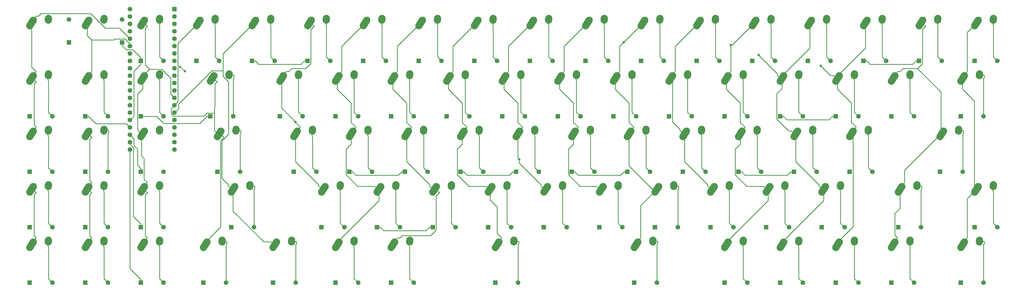
<source format=gbr>
%TF.GenerationSoftware,KiCad,Pcbnew,(5.1.6)-1*%
%TF.CreationDate,2020-06-24T11:27:28-04:00*%
%TF.ProjectId,southpaw6.35,736f7574-6870-4617-9736-2e33352e6b69,rev?*%
%TF.SameCoordinates,Original*%
%TF.FileFunction,Copper,L2,Bot*%
%TF.FilePolarity,Positive*%
%FSLAX46Y46*%
G04 Gerber Fmt 4.6, Leading zero omitted, Abs format (unit mm)*
G04 Created by KiCad (PCBNEW (5.1.6)-1) date 2020-06-24 11:27:28*
%MOMM*%
%LPD*%
G01*
G04 APERTURE LIST*
%TA.AperFunction,ComponentPad*%
%ADD10C,1.600000*%
%TD*%
%TA.AperFunction,ComponentPad*%
%ADD11R,1.600000X1.600000*%
%TD*%
%TA.AperFunction,ViaPad*%
%ADD12C,0.800000*%
%TD*%
%TA.AperFunction,Conductor*%
%ADD13C,0.250000*%
%TD*%
G04 APERTURE END LIST*
D10*
%TO.P,U1,43*%
%TO.N,Net-(U1-Pad43)*%
X71755000Y-88582000D03*
%TO.P,U1,42*%
%TO.N,Net-(U1-Pad42)*%
X71755000Y-91122000D03*
%TO.P,U1,41*%
%TO.N,Net-(U1-Pad41)*%
X71755000Y-93662000D03*
%TO.P,U1,40*%
%TO.N,Net-(U1-Pad40)*%
X71755000Y-96202000D03*
%TO.P,U1,39*%
%TO.N,/col0*%
X71755000Y-98742000D03*
%TO.P,U1,38*%
%TO.N,/col1*%
X71755000Y-101282000D03*
%TO.P,U1,37*%
%TO.N,Net-(U1-Pad37)*%
X71755000Y-103822000D03*
%TO.P,U1,36*%
%TO.N,Net-(U1-Pad36)*%
X71755000Y-106362000D03*
%TO.P,U1,35*%
%TO.N,Net-(U1-Pad35)*%
X71755000Y-108902000D03*
%TO.P,U1,34*%
%TO.N,Net-(U1-Pad34)*%
X71755000Y-111442000D03*
%TO.P,U1,33*%
%TO.N,Net-(U1-Pad33)*%
X71755000Y-113982000D03*
%TO.P,U1,32*%
%TO.N,Net-(U1-Pad32)*%
X71755000Y-116522000D03*
%TO.P,U1,31*%
%TO.N,Net-(U1-Pad31)*%
X71755000Y-119062000D03*
%TO.P,U1,30*%
%TO.N,Net-(U1-Pad30)*%
X71755000Y-121602000D03*
%TO.P,U1,29*%
%TO.N,Net-(U1-Pad29)*%
X71755000Y-124142000D03*
%TO.P,U1,28*%
%TO.N,/row0*%
X71755000Y-126682000D03*
%TO.P,U1,27*%
%TO.N,/row1*%
X71755000Y-129222000D03*
%TO.P,U1,26*%
%TO.N,/row2*%
X71755000Y-131762000D03*
%TO.P,U1,25*%
%TO.N,/row3*%
X71755000Y-134302000D03*
%TO.P,U1,24*%
%TO.N,/row4*%
X71755000Y-136842000D03*
%TO.P,U1,20*%
%TO.N,/col9*%
X86995000Y-136842000D03*
%TO.P,U1,19*%
%TO.N,/col8*%
X86995000Y-134302000D03*
%TO.P,U1,18*%
%TO.N,/col7*%
X86995000Y-131762000D03*
%TO.P,U1,17*%
%TO.N,/col6*%
X86995000Y-129222000D03*
%TO.P,U1,16*%
%TO.N,/col5*%
X86995000Y-126682000D03*
%TO.P,U1,15*%
%TO.N,/col4*%
X86995000Y-124142000D03*
%TO.P,U1,14*%
%TO.N,/col3*%
X86995000Y-121602000D03*
%TO.P,U1,13*%
%TO.N,/col2*%
X86995000Y-119062000D03*
%TO.P,U1,12*%
%TO.N,Net-(U1-Pad12)*%
X86995000Y-116522000D03*
D11*
%TO.P,U1,1*%
%TO.N,Net-(U1-Pad1)*%
X86995000Y-88582000D03*
D10*
%TO.P,U1,2*%
%TO.N,N/C*%
X86995000Y-91122000D03*
%TO.P,U1,3*%
%TO.N,/col10*%
X86995000Y-93662000D03*
%TO.P,U1,4*%
%TO.N,/col11*%
X86995000Y-96202000D03*
%TO.P,U1,5*%
%TO.N,/col12*%
X86995000Y-98742000D03*
%TO.P,U1,6*%
%TO.N,/col13*%
X86995000Y-101282000D03*
%TO.P,U1,7*%
%TO.N,/col14*%
X86995000Y-103822000D03*
%TO.P,U1,8*%
%TO.N,/col15*%
X86995000Y-106362000D03*
%TO.P,U1,11*%
%TO.N,Net-(U1-Pad11)*%
X86995000Y-113982000D03*
%TO.P,U1,10*%
%TO.N,/col17*%
X86995000Y-111442000D03*
%TO.P,U1,9*%
%TO.N,/col16*%
X86995000Y-108902000D03*
%TD*%
%TO.P,KP1,2*%
%TO.N,Net-(DP1-Pad2)*%
%TA.AperFunction,ComponentPad*%
G36*
G01*
X299703170Y-111302309D02*
X299742619Y-110723653D01*
G75*
G02*
X301074743Y-109561567I1247105J-85019D01*
G01*
X301074743Y-109561567D01*
G75*
G02*
X302236829Y-110893691I-85019J-1247105D01*
G01*
X302197381Y-111472347D01*
G75*
G02*
X300865257Y-112634433I-1247105J85019D01*
G01*
X300865257Y-112634433D01*
G75*
G02*
X299703171Y-111302309I85019J1247105D01*
G01*
G37*
%TD.AperFunction*%
%TO.P,KP1,1*%
%TO.N,/col14*%
%TA.AperFunction,ComponentPad*%
G36*
G01*
X293536299Y-112645191D02*
X294745223Y-110747560D01*
G75*
G02*
X296471087Y-110364946I1054239J-671625D01*
G01*
X296471087Y-110364946D01*
G75*
G02*
X296853701Y-112090810I-671625J-1054239D01*
G01*
X295644777Y-113988440D01*
G75*
G02*
X293918913Y-114371054I-1054239J671625D01*
G01*
X293918913Y-114371054D01*
G75*
G02*
X293536299Y-112645190I671625J1054239D01*
G01*
G37*
%TD.AperFunction*%
%TD*%
%TO.P,KRFn1,2*%
%TO.N,Net-(DRFn1-Pad2)*%
%TA.AperFunction,ComponentPad*%
G36*
G01*
X366378170Y-149402309D02*
X366417619Y-148823653D01*
G75*
G02*
X367749743Y-147661567I1247105J-85019D01*
G01*
X367749743Y-147661567D01*
G75*
G02*
X368911829Y-148993691I-85019J-1247105D01*
G01*
X368872381Y-149572347D01*
G75*
G02*
X367540257Y-150734433I-1247105J85019D01*
G01*
X367540257Y-150734433D01*
G75*
G02*
X366378171Y-149402309I85019J1247105D01*
G01*
G37*
%TD.AperFunction*%
%TO.P,KRFn1,1*%
%TO.N,/col17*%
%TA.AperFunction,ComponentPad*%
G36*
G01*
X360211299Y-150745191D02*
X361420223Y-148847560D01*
G75*
G02*
X363146087Y-148464946I1054239J-671625D01*
G01*
X363146087Y-148464946D01*
G75*
G02*
X363528701Y-150190810I-671625J-1054239D01*
G01*
X362319777Y-152088440D01*
G75*
G02*
X360593913Y-152471054I-1054239J671625D01*
G01*
X360593913Y-152471054D01*
G75*
G02*
X360211299Y-150745190I671625J1054239D01*
G01*
G37*
%TD.AperFunction*%
%TD*%
%TO.P,KLFn1,2*%
%TO.N,Net-(DLFn1-Pad2)*%
%TA.AperFunction,ComponentPad*%
G36*
G01*
X166353170Y-168452309D02*
X166392619Y-167873653D01*
G75*
G02*
X167724743Y-166711567I1247105J-85019D01*
G01*
X167724743Y-166711567D01*
G75*
G02*
X168886829Y-168043691I-85019J-1247105D01*
G01*
X168847381Y-168622347D01*
G75*
G02*
X167515257Y-169784433I-1247105J85019D01*
G01*
X167515257Y-169784433D01*
G75*
G02*
X166353171Y-168452309I85019J1247105D01*
G01*
G37*
%TD.AperFunction*%
%TO.P,KLFn1,1*%
%TO.N,/col7*%
%TA.AperFunction,ComponentPad*%
G36*
G01*
X160186299Y-169795191D02*
X161395223Y-167897560D01*
G75*
G02*
X163121087Y-167514946I1054239J-671625D01*
G01*
X163121087Y-167514946D01*
G75*
G02*
X163503701Y-169240810I-671625J-1054239D01*
G01*
X162294777Y-171138440D01*
G75*
G02*
X160568913Y-171521054I-1054239J671625D01*
G01*
X160568913Y-171521054D01*
G75*
G02*
X160186299Y-169795190I671625J1054239D01*
G01*
G37*
%TD.AperFunction*%
%TD*%
%TO.P,DRFn1,2*%
%TO.N,Net-(DRFn1-Pad2)*%
X369025000Y-163512000D03*
D11*
%TO.P,DRFn1,1*%
%TO.N,/row3*%
X361225000Y-163512000D03*
%TD*%
D10*
%TO.P,DLFn1,2*%
%TO.N,Net-(DLFn1-Pad2)*%
X169000000Y-182562000D03*
D11*
%TO.P,DLFn1,1*%
%TO.N,/row4*%
X161200000Y-182562000D03*
%TD*%
%TO.P,KW1,2*%
%TO.N,Net-(DW1-Pad2)*%
%TA.AperFunction,ComponentPad*%
G36*
G01*
X147303170Y-111302309D02*
X147342619Y-110723653D01*
G75*
G02*
X148674743Y-109561567I1247105J-85019D01*
G01*
X148674743Y-109561567D01*
G75*
G02*
X149836829Y-110893691I-85019J-1247105D01*
G01*
X149797381Y-111472347D01*
G75*
G02*
X148465257Y-112634433I-1247105J85019D01*
G01*
X148465257Y-112634433D01*
G75*
G02*
X147303171Y-111302309I85019J1247105D01*
G01*
G37*
%TD.AperFunction*%
%TO.P,KW1,1*%
%TO.N,/col6*%
%TA.AperFunction,ComponentPad*%
G36*
G01*
X141136299Y-112645191D02*
X142345223Y-110747560D01*
G75*
G02*
X144071087Y-110364946I1054239J-671625D01*
G01*
X144071087Y-110364946D01*
G75*
G02*
X144453701Y-112090810I-671625J-1054239D01*
G01*
X143244777Y-113988440D01*
G75*
G02*
X141518913Y-114371054I-1054239J671625D01*
G01*
X141518913Y-114371054D01*
G75*
G02*
X141136299Y-112645190I671625J1054239D01*
G01*
G37*
%TD.AperFunction*%
%TD*%
%TO.P,KZ1,2*%
%TO.N,Net-(DZ1-Pad2)*%
%TA.AperFunction,ComponentPad*%
G36*
G01*
X142541170Y-149402309D02*
X142580619Y-148823653D01*
G75*
G02*
X143912743Y-147661567I1247105J-85019D01*
G01*
X143912743Y-147661567D01*
G75*
G02*
X145074829Y-148993691I-85019J-1247105D01*
G01*
X145035381Y-149572347D01*
G75*
G02*
X143703257Y-150734433I-1247105J85019D01*
G01*
X143703257Y-150734433D01*
G75*
G02*
X142541171Y-149402309I85019J1247105D01*
G01*
G37*
%TD.AperFunction*%
%TO.P,KZ1,1*%
%TO.N,/col5*%
%TA.AperFunction,ComponentPad*%
G36*
G01*
X136374299Y-150745191D02*
X137583223Y-148847560D01*
G75*
G02*
X139309087Y-148464946I1054239J-671625D01*
G01*
X139309087Y-148464946D01*
G75*
G02*
X139691701Y-150190810I-671625J-1054239D01*
G01*
X138482777Y-152088440D01*
G75*
G02*
X136756913Y-152471054I-1054239J671625D01*
G01*
X136756913Y-152471054D01*
G75*
G02*
X136374299Y-150745190I671625J1054239D01*
G01*
G37*
%TD.AperFunction*%
%TD*%
%TO.P,KY1,2*%
%TO.N,Net-(DY1-Pad2)*%
%TA.AperFunction,ComponentPad*%
G36*
G01*
X223503170Y-111302309D02*
X223542619Y-110723653D01*
G75*
G02*
X224874743Y-109561567I1247105J-85019D01*
G01*
X224874743Y-109561567D01*
G75*
G02*
X226036829Y-110893691I-85019J-1247105D01*
G01*
X225997381Y-111472347D01*
G75*
G02*
X224665257Y-112634433I-1247105J85019D01*
G01*
X224665257Y-112634433D01*
G75*
G02*
X223503171Y-111302309I85019J1247105D01*
G01*
G37*
%TD.AperFunction*%
%TO.P,KY1,1*%
%TO.N,/col10*%
%TA.AperFunction,ComponentPad*%
G36*
G01*
X217336299Y-112645191D02*
X218545223Y-110747560D01*
G75*
G02*
X220271087Y-110364946I1054239J-671625D01*
G01*
X220271087Y-110364946D01*
G75*
G02*
X220653701Y-112090810I-671625J-1054239D01*
G01*
X219444777Y-113988440D01*
G75*
G02*
X217718913Y-114371054I-1054239J671625D01*
G01*
X217718913Y-114371054D01*
G75*
G02*
X217336299Y-112645190I671625J1054239D01*
G01*
G37*
%TD.AperFunction*%
%TD*%
%TO.P,KX1,2*%
%TO.N,Net-(DX1-Pad2)*%
%TA.AperFunction,ComponentPad*%
G36*
G01*
X161591170Y-149402309D02*
X161630619Y-148823653D01*
G75*
G02*
X162962743Y-147661567I1247105J-85019D01*
G01*
X162962743Y-147661567D01*
G75*
G02*
X164124829Y-148993691I-85019J-1247105D01*
G01*
X164085381Y-149572347D01*
G75*
G02*
X162753257Y-150734433I-1247105J85019D01*
G01*
X162753257Y-150734433D01*
G75*
G02*
X161591171Y-149402309I85019J1247105D01*
G01*
G37*
%TD.AperFunction*%
%TO.P,KX1,1*%
%TO.N,/col6*%
%TA.AperFunction,ComponentPad*%
G36*
G01*
X155424299Y-150745191D02*
X156633223Y-148847560D01*
G75*
G02*
X158359087Y-148464946I1054239J-671625D01*
G01*
X158359087Y-148464946D01*
G75*
G02*
X158741701Y-150190810I-671625J-1054239D01*
G01*
X157532777Y-152088440D01*
G75*
G02*
X155806913Y-152471054I-1054239J671625D01*
G01*
X155806913Y-152471054D01*
G75*
G02*
X155424299Y-150745190I671625J1054239D01*
G01*
G37*
%TD.AperFunction*%
%TD*%
%TO.P,KV1,2*%
%TO.N,Net-(DV1-Pad2)*%
%TA.AperFunction,ComponentPad*%
G36*
G01*
X199691170Y-149402309D02*
X199730619Y-148823653D01*
G75*
G02*
X201062743Y-147661567I1247105J-85019D01*
G01*
X201062743Y-147661567D01*
G75*
G02*
X202224829Y-148993691I-85019J-1247105D01*
G01*
X202185381Y-149572347D01*
G75*
G02*
X200853257Y-150734433I-1247105J85019D01*
G01*
X200853257Y-150734433D01*
G75*
G02*
X199691171Y-149402309I85019J1247105D01*
G01*
G37*
%TD.AperFunction*%
%TO.P,KV1,1*%
%TO.N,/col8*%
%TA.AperFunction,ComponentPad*%
G36*
G01*
X193524299Y-150745191D02*
X194733223Y-148847560D01*
G75*
G02*
X196459087Y-148464946I1054239J-671625D01*
G01*
X196459087Y-148464946D01*
G75*
G02*
X196841701Y-150190810I-671625J-1054239D01*
G01*
X195632777Y-152088440D01*
G75*
G02*
X193906913Y-152471054I-1054239J671625D01*
G01*
X193906913Y-152471054D01*
G75*
G02*
X193524299Y-150745190I671625J1054239D01*
G01*
G37*
%TD.AperFunction*%
%TD*%
%TO.P,KUp1,2*%
%TO.N,Net-(DUp1-Pad2)*%
%TA.AperFunction,ComponentPad*%
G36*
G01*
X318753170Y-168452309D02*
X318792619Y-167873653D01*
G75*
G02*
X320124743Y-166711567I1247105J-85019D01*
G01*
X320124743Y-166711567D01*
G75*
G02*
X321286829Y-168043691I-85019J-1247105D01*
G01*
X321247381Y-168622347D01*
G75*
G02*
X319915257Y-169784433I-1247105J85019D01*
G01*
X319915257Y-169784433D01*
G75*
G02*
X318753171Y-168452309I85019J1247105D01*
G01*
G37*
%TD.AperFunction*%
%TO.P,KUp1,1*%
%TO.N,/col15*%
%TA.AperFunction,ComponentPad*%
G36*
G01*
X312586299Y-169795191D02*
X313795223Y-167897560D01*
G75*
G02*
X315521087Y-167514946I1054239J-671625D01*
G01*
X315521087Y-167514946D01*
G75*
G02*
X315903701Y-169240810I-671625J-1054239D01*
G01*
X314694777Y-171138440D01*
G75*
G02*
X312968913Y-171521054I-1054239J671625D01*
G01*
X312968913Y-171521054D01*
G75*
G02*
X312586299Y-169795190I671625J1054239D01*
G01*
G37*
%TD.AperFunction*%
%TD*%
%TO.P,KU1,2*%
%TO.N,Net-(DU1-Pad2)*%
%TA.AperFunction,ComponentPad*%
G36*
G01*
X242553170Y-111302309D02*
X242592619Y-110723653D01*
G75*
G02*
X243924743Y-109561567I1247105J-85019D01*
G01*
X243924743Y-109561567D01*
G75*
G02*
X245086829Y-110893691I-85019J-1247105D01*
G01*
X245047381Y-111472347D01*
G75*
G02*
X243715257Y-112634433I-1247105J85019D01*
G01*
X243715257Y-112634433D01*
G75*
G02*
X242553171Y-111302309I85019J1247105D01*
G01*
G37*
%TD.AperFunction*%
%TO.P,KU1,1*%
%TO.N,/col11*%
%TA.AperFunction,ComponentPad*%
G36*
G01*
X236386299Y-112645191D02*
X237595223Y-110747560D01*
G75*
G02*
X239321087Y-110364946I1054239J-671625D01*
G01*
X239321087Y-110364946D01*
G75*
G02*
X239703701Y-112090810I-671625J-1054239D01*
G01*
X238494777Y-113988440D01*
G75*
G02*
X236768913Y-114371054I-1054239J671625D01*
G01*
X236768913Y-114371054D01*
G75*
G02*
X236386299Y-112645190I671625J1054239D01*
G01*
G37*
%TD.AperFunction*%
%TD*%
%TO.P,Ktil1,2*%
%TO.N,Net-(Dtil1-Pad2)*%
%TA.AperFunction,ComponentPad*%
G36*
G01*
X366378170Y-92251809D02*
X366417619Y-91673153D01*
G75*
G02*
X367749743Y-90511067I1247105J-85019D01*
G01*
X367749743Y-90511067D01*
G75*
G02*
X368911829Y-91843191I-85019J-1247105D01*
G01*
X368872381Y-92421847D01*
G75*
G02*
X367540257Y-93583933I-1247105J85019D01*
G01*
X367540257Y-93583933D01*
G75*
G02*
X366378171Y-92251809I85019J1247105D01*
G01*
G37*
%TD.AperFunction*%
%TO.P,Ktil1,1*%
%TO.N,/col17*%
%TA.AperFunction,ComponentPad*%
G36*
G01*
X360211299Y-93594691D02*
X361420223Y-91697060D01*
G75*
G02*
X363146087Y-91314446I1054239J-671625D01*
G01*
X363146087Y-91314446D01*
G75*
G02*
X363528701Y-93040310I-671625J-1054239D01*
G01*
X362319777Y-94937940D01*
G75*
G02*
X360593913Y-95320554I-1054239J671625D01*
G01*
X360593913Y-95320554D01*
G75*
G02*
X360211299Y-93594690I671625J1054239D01*
G01*
G37*
%TD.AperFunction*%
%TD*%
%TO.P,KTab1,2*%
%TO.N,Net-(DTab1-Pad2)*%
%TA.AperFunction,ComponentPad*%
G36*
G01*
X104441170Y-111302309D02*
X104480619Y-110723653D01*
G75*
G02*
X105812743Y-109561567I1247105J-85019D01*
G01*
X105812743Y-109561567D01*
G75*
G02*
X106974829Y-110893691I-85019J-1247105D01*
G01*
X106935381Y-111472347D01*
G75*
G02*
X105603257Y-112634433I-1247105J85019D01*
G01*
X105603257Y-112634433D01*
G75*
G02*
X104441171Y-111302309I85019J1247105D01*
G01*
G37*
%TD.AperFunction*%
%TO.P,KTab1,1*%
%TO.N,/col3*%
%TA.AperFunction,ComponentPad*%
G36*
G01*
X98274299Y-112645191D02*
X99483223Y-110747560D01*
G75*
G02*
X101209087Y-110364946I1054239J-671625D01*
G01*
X101209087Y-110364946D01*
G75*
G02*
X101591701Y-112090810I-671625J-1054239D01*
G01*
X100382777Y-113988440D01*
G75*
G02*
X98656913Y-114371054I-1054239J671625D01*
G01*
X98656913Y-114371054D01*
G75*
G02*
X98274299Y-112645190I671625J1054239D01*
G01*
G37*
%TD.AperFunction*%
%TD*%
%TO.P,KT1,2*%
%TO.N,Net-(DT1-Pad2)*%
%TA.AperFunction,ComponentPad*%
G36*
G01*
X204453170Y-111302309D02*
X204492619Y-110723653D01*
G75*
G02*
X205824743Y-109561567I1247105J-85019D01*
G01*
X205824743Y-109561567D01*
G75*
G02*
X206986829Y-110893691I-85019J-1247105D01*
G01*
X206947381Y-111472347D01*
G75*
G02*
X205615257Y-112634433I-1247105J85019D01*
G01*
X205615257Y-112634433D01*
G75*
G02*
X204453171Y-111302309I85019J1247105D01*
G01*
G37*
%TD.AperFunction*%
%TO.P,KT1,1*%
%TO.N,/col9*%
%TA.AperFunction,ComponentPad*%
G36*
G01*
X198286299Y-112645191D02*
X199495223Y-110747560D01*
G75*
G02*
X201221087Y-110364946I1054239J-671625D01*
G01*
X201221087Y-110364946D01*
G75*
G02*
X201603701Y-112090810I-671625J-1054239D01*
G01*
X200394777Y-113988440D01*
G75*
G02*
X198668913Y-114371054I-1054239J671625D01*
G01*
X198668913Y-114371054D01*
G75*
G02*
X198286299Y-112645190I671625J1054239D01*
G01*
G37*
%TD.AperFunction*%
%TD*%
%TO.P,KSu1,2*%
%TO.N,Net-(DSu1-Pad2)*%
%TA.AperFunction,ComponentPad*%
G36*
G01*
X147303170Y-168452309D02*
X147342619Y-167873653D01*
G75*
G02*
X148674743Y-166711567I1247105J-85019D01*
G01*
X148674743Y-166711567D01*
G75*
G02*
X149836829Y-168043691I-85019J-1247105D01*
G01*
X149797381Y-168622347D01*
G75*
G02*
X148465257Y-169784433I-1247105J85019D01*
G01*
X148465257Y-169784433D01*
G75*
G02*
X147303171Y-168452309I85019J1247105D01*
G01*
G37*
%TD.AperFunction*%
%TO.P,KSu1,1*%
%TO.N,/col6*%
%TA.AperFunction,ComponentPad*%
G36*
G01*
X141136299Y-169795191D02*
X142345223Y-167897560D01*
G75*
G02*
X144071087Y-167514946I1054239J-671625D01*
G01*
X144071087Y-167514946D01*
G75*
G02*
X144453701Y-169240810I-671625J-1054239D01*
G01*
X143244777Y-171138440D01*
G75*
G02*
X141518913Y-171521054I-1054239J671625D01*
G01*
X141518913Y-171521054D01*
G75*
G02*
X141136299Y-169795190I671625J1054239D01*
G01*
G37*
%TD.AperFunction*%
%TD*%
%TO.P,KS1,2*%
%TO.N,Net-(DS1-Pad2)*%
%TA.AperFunction,ComponentPad*%
G36*
G01*
X152065170Y-130352309D02*
X152104619Y-129773653D01*
G75*
G02*
X153436743Y-128611567I1247105J-85019D01*
G01*
X153436743Y-128611567D01*
G75*
G02*
X154598829Y-129943691I-85019J-1247105D01*
G01*
X154559381Y-130522347D01*
G75*
G02*
X153227257Y-131684433I-1247105J85019D01*
G01*
X153227257Y-131684433D01*
G75*
G02*
X152065171Y-130352309I85019J1247105D01*
G01*
G37*
%TD.AperFunction*%
%TO.P,KS1,1*%
%TO.N,/col6*%
%TA.AperFunction,ComponentPad*%
G36*
G01*
X145898299Y-131695191D02*
X147107223Y-129797560D01*
G75*
G02*
X148833087Y-129414946I1054239J-671625D01*
G01*
X148833087Y-129414946D01*
G75*
G02*
X149215701Y-131140810I-671625J-1054239D01*
G01*
X148006777Y-133038440D01*
G75*
G02*
X146280913Y-133421054I-1054239J671625D01*
G01*
X146280913Y-133421054D01*
G75*
G02*
X145898299Y-131695190I671625J1054239D01*
G01*
G37*
%TD.AperFunction*%
%TD*%
%TO.P,KRSu1,2*%
%TO.N,Net-(DRSu1-Pad2)*%
%TA.AperFunction,ComponentPad*%
G36*
G01*
X361615170Y-168452309D02*
X361654619Y-167873653D01*
G75*
G02*
X362986743Y-166711567I1247105J-85019D01*
G01*
X362986743Y-166711567D01*
G75*
G02*
X364148829Y-168043691I-85019J-1247105D01*
G01*
X364109381Y-168622347D01*
G75*
G02*
X362777257Y-169784433I-1247105J85019D01*
G01*
X362777257Y-169784433D01*
G75*
G02*
X361615171Y-168452309I85019J1247105D01*
G01*
G37*
%TD.AperFunction*%
%TO.P,KRSu1,1*%
%TO.N,/col17*%
%TA.AperFunction,ComponentPad*%
G36*
G01*
X355448299Y-169795191D02*
X356657223Y-167897560D01*
G75*
G02*
X358383087Y-167514946I1054239J-671625D01*
G01*
X358383087Y-167514946D01*
G75*
G02*
X358765701Y-169240810I-671625J-1054239D01*
G01*
X357556777Y-171138440D01*
G75*
G02*
X355830913Y-171521054I-1054239J671625D01*
G01*
X355830913Y-171521054D01*
G75*
G02*
X355448299Y-169795190I671625J1054239D01*
G01*
G37*
%TD.AperFunction*%
%TD*%
%TO.P,KRSpace1,2*%
%TO.N,Net-(DRSpace1-Pad2)*%
%TA.AperFunction,ComponentPad*%
G36*
G01*
X249697170Y-168452309D02*
X249736619Y-167873653D01*
G75*
G02*
X251068743Y-166711567I1247105J-85019D01*
G01*
X251068743Y-166711567D01*
G75*
G02*
X252230829Y-168043691I-85019J-1247105D01*
G01*
X252191381Y-168622347D01*
G75*
G02*
X250859257Y-169784433I-1247105J85019D01*
G01*
X250859257Y-169784433D01*
G75*
G02*
X249697171Y-168452309I85019J1247105D01*
G01*
G37*
%TD.AperFunction*%
%TO.P,KRSpace1,1*%
%TO.N,/col11*%
%TA.AperFunction,ComponentPad*%
G36*
G01*
X243530299Y-169795191D02*
X244739223Y-167897560D01*
G75*
G02*
X246465087Y-167514946I1054239J-671625D01*
G01*
X246465087Y-167514946D01*
G75*
G02*
X246847701Y-169240810I-671625J-1054239D01*
G01*
X245638777Y-171138440D01*
G75*
G02*
X243912913Y-171521054I-1054239J671625D01*
G01*
X243912913Y-171521054D01*
G75*
G02*
X243530299Y-169795190I671625J1054239D01*
G01*
G37*
%TD.AperFunction*%
%TD*%
%TO.P,KRShift1,2*%
%TO.N,Net-(DRShift1-Pad2)*%
%TA.AperFunction,ComponentPad*%
G36*
G01*
X340184170Y-149402309D02*
X340223619Y-148823653D01*
G75*
G02*
X341555743Y-147661567I1247105J-85019D01*
G01*
X341555743Y-147661567D01*
G75*
G02*
X342717829Y-148993691I-85019J-1247105D01*
G01*
X342678381Y-149572347D01*
G75*
G02*
X341346257Y-150734433I-1247105J85019D01*
G01*
X341346257Y-150734433D01*
G75*
G02*
X340184171Y-149402309I85019J1247105D01*
G01*
G37*
%TD.AperFunction*%
%TO.P,KRShift1,1*%
%TO.N,/col16*%
%TA.AperFunction,ComponentPad*%
G36*
G01*
X334017299Y-150745191D02*
X335226223Y-148847560D01*
G75*
G02*
X336952087Y-148464946I1054239J-671625D01*
G01*
X336952087Y-148464946D01*
G75*
G02*
X337334701Y-150190810I-671625J-1054239D01*
G01*
X336125777Y-152088440D01*
G75*
G02*
X334399913Y-152471054I-1054239J671625D01*
G01*
X334399913Y-152471054D01*
G75*
G02*
X334017299Y-150745190I671625J1054239D01*
G01*
G37*
%TD.AperFunction*%
%TD*%
%TO.P,KRight1,2*%
%TO.N,Net-(DRight1-Pad2)*%
%TA.AperFunction,ComponentPad*%
G36*
G01*
X337803170Y-168452309D02*
X337842619Y-167873653D01*
G75*
G02*
X339174743Y-166711567I1247105J-85019D01*
G01*
X339174743Y-166711567D01*
G75*
G02*
X340336829Y-168043691I-85019J-1247105D01*
G01*
X340297381Y-168622347D01*
G75*
G02*
X338965257Y-169784433I-1247105J85019D01*
G01*
X338965257Y-169784433D01*
G75*
G02*
X337803171Y-168452309I85019J1247105D01*
G01*
G37*
%TD.AperFunction*%
%TO.P,KRight1,1*%
%TO.N,/col16*%
%TA.AperFunction,ComponentPad*%
G36*
G01*
X331636299Y-169795191D02*
X332845223Y-167897560D01*
G75*
G02*
X334571087Y-167514946I1054239J-671625D01*
G01*
X334571087Y-167514946D01*
G75*
G02*
X334953701Y-169240810I-671625J-1054239D01*
G01*
X333744777Y-171138440D01*
G75*
G02*
X332018913Y-171521054I-1054239J671625D01*
G01*
X332018913Y-171521054D01*
G75*
G02*
X331636299Y-169795190I671625J1054239D01*
G01*
G37*
%TD.AperFunction*%
%TD*%
%TO.P,KREnter1,2*%
%TO.N,Net-(DREnter1-Pad2)*%
%TA.AperFunction,ComponentPad*%
G36*
G01*
X354472170Y-130352309D02*
X354511619Y-129773653D01*
G75*
G02*
X355843743Y-128611567I1247105J-85019D01*
G01*
X355843743Y-128611567D01*
G75*
G02*
X357005829Y-129943691I-85019J-1247105D01*
G01*
X356966381Y-130522347D01*
G75*
G02*
X355634257Y-131684433I-1247105J85019D01*
G01*
X355634257Y-131684433D01*
G75*
G02*
X354472171Y-130352309I85019J1247105D01*
G01*
G37*
%TD.AperFunction*%
%TO.P,KREnter1,1*%
%TO.N,/col16*%
%TA.AperFunction,ComponentPad*%
G36*
G01*
X348305299Y-131695191D02*
X349514223Y-129797560D01*
G75*
G02*
X351240087Y-129414946I1054239J-671625D01*
G01*
X351240087Y-129414946D01*
G75*
G02*
X351622701Y-131140810I-671625J-1054239D01*
G01*
X350413777Y-133038440D01*
G75*
G02*
X348687913Y-133421054I-1054239J671625D01*
G01*
X348687913Y-133421054D01*
G75*
G02*
X348305299Y-131695190I671625J1054239D01*
G01*
G37*
%TD.AperFunction*%
%TD*%
%TO.P,KR1,2*%
%TO.N,Net-(DR1-Pad2)*%
%TA.AperFunction,ComponentPad*%
G36*
G01*
X185403170Y-111302309D02*
X185442619Y-110723653D01*
G75*
G02*
X186774743Y-109561567I1247105J-85019D01*
G01*
X186774743Y-109561567D01*
G75*
G02*
X187936829Y-110893691I-85019J-1247105D01*
G01*
X187897381Y-111472347D01*
G75*
G02*
X186565257Y-112634433I-1247105J85019D01*
G01*
X186565257Y-112634433D01*
G75*
G02*
X185403171Y-111302309I85019J1247105D01*
G01*
G37*
%TD.AperFunction*%
%TO.P,KR1,1*%
%TO.N,/col8*%
%TA.AperFunction,ComponentPad*%
G36*
G01*
X179236299Y-112645191D02*
X180445223Y-110747560D01*
G75*
G02*
X182171087Y-110364946I1054239J-671625D01*
G01*
X182171087Y-110364946D01*
G75*
G02*
X182553701Y-112090810I-671625J-1054239D01*
G01*
X181344777Y-113988440D01*
G75*
G02*
X179618913Y-114371054I-1054239J671625D01*
G01*
X179618913Y-114371054D01*
G75*
G02*
X179236299Y-112645190I671625J1054239D01*
G01*
G37*
%TD.AperFunction*%
%TD*%
%TO.P,KQ1,2*%
%TO.N,Net-(DQ1-Pad2)*%
%TA.AperFunction,ComponentPad*%
G36*
G01*
X128253170Y-111302309D02*
X128292619Y-110723653D01*
G75*
G02*
X129624743Y-109561567I1247105J-85019D01*
G01*
X129624743Y-109561567D01*
G75*
G02*
X130786829Y-110893691I-85019J-1247105D01*
G01*
X130747381Y-111472347D01*
G75*
G02*
X129415257Y-112634433I-1247105J85019D01*
G01*
X129415257Y-112634433D01*
G75*
G02*
X128253171Y-111302309I85019J1247105D01*
G01*
G37*
%TD.AperFunction*%
%TO.P,KQ1,1*%
%TO.N,/col5*%
%TA.AperFunction,ComponentPad*%
G36*
G01*
X122086299Y-112645191D02*
X123295223Y-110747560D01*
G75*
G02*
X125021087Y-110364946I1054239J-671625D01*
G01*
X125021087Y-110364946D01*
G75*
G02*
X125403701Y-112090810I-671625J-1054239D01*
G01*
X124194777Y-113988440D01*
G75*
G02*
X122468913Y-114371054I-1054239J671625D01*
G01*
X122468913Y-114371054D01*
G75*
G02*
X122086299Y-112645190I671625J1054239D01*
G01*
G37*
%TD.AperFunction*%
%TD*%
%TO.P,KO1,2*%
%TO.N,Net-(DO1-Pad2)*%
%TA.AperFunction,ComponentPad*%
G36*
G01*
X280653170Y-111302309D02*
X280692619Y-110723653D01*
G75*
G02*
X282024743Y-109561567I1247105J-85019D01*
G01*
X282024743Y-109561567D01*
G75*
G02*
X283186829Y-110893691I-85019J-1247105D01*
G01*
X283147381Y-111472347D01*
G75*
G02*
X281815257Y-112634433I-1247105J85019D01*
G01*
X281815257Y-112634433D01*
G75*
G02*
X280653171Y-111302309I85019J1247105D01*
G01*
G37*
%TD.AperFunction*%
%TO.P,KO1,1*%
%TO.N,/col13*%
%TA.AperFunction,ComponentPad*%
G36*
G01*
X274486299Y-112645191D02*
X275695223Y-110747560D01*
G75*
G02*
X277421087Y-110364946I1054239J-671625D01*
G01*
X277421087Y-110364946D01*
G75*
G02*
X277803701Y-112090810I-671625J-1054239D01*
G01*
X276594777Y-113988440D01*
G75*
G02*
X274868913Y-114371054I-1054239J671625D01*
G01*
X274868913Y-114371054D01*
G75*
G02*
X274486299Y-112645190I671625J1054239D01*
G01*
G37*
%TD.AperFunction*%
%TD*%
%TO.P,KNumEnter1,2*%
%TO.N,Net-(DNumEnter1-Pad2)*%
%TA.AperFunction,ComponentPad*%
G36*
G01*
X80628170Y-168452309D02*
X80667619Y-167873653D01*
G75*
G02*
X81999743Y-166711567I1247105J-85019D01*
G01*
X81999743Y-166711567D01*
G75*
G02*
X83161829Y-168043691I-85019J-1247105D01*
G01*
X83122381Y-168622347D01*
G75*
G02*
X81790257Y-169784433I-1247105J85019D01*
G01*
X81790257Y-169784433D01*
G75*
G02*
X80628171Y-168452309I85019J1247105D01*
G01*
G37*
%TD.AperFunction*%
%TO.P,KNumEnter1,1*%
%TO.N,/col2*%
%TA.AperFunction,ComponentPad*%
G36*
G01*
X74461299Y-169795191D02*
X75670223Y-167897560D01*
G75*
G02*
X77396087Y-167514946I1054239J-671625D01*
G01*
X77396087Y-167514946D01*
G75*
G02*
X77778701Y-169240810I-671625J-1054239D01*
G01*
X76569777Y-171138440D01*
G75*
G02*
X74843913Y-171521054I-1054239J671625D01*
G01*
X74843913Y-171521054D01*
G75*
G02*
X74461299Y-169795190I671625J1054239D01*
G01*
G37*
%TD.AperFunction*%
%TD*%
%TO.P,KNum/1,2*%
%TO.N,Net-(DNum/1-Pad2)*%
%TA.AperFunction,ComponentPad*%
G36*
G01*
X42528170Y-92251809D02*
X42567619Y-91673153D01*
G75*
G02*
X43899743Y-90511067I1247105J-85019D01*
G01*
X43899743Y-90511067D01*
G75*
G02*
X45061829Y-91843191I-85019J-1247105D01*
G01*
X45022381Y-92421847D01*
G75*
G02*
X43690257Y-93583933I-1247105J85019D01*
G01*
X43690257Y-93583933D01*
G75*
G02*
X42528171Y-92251809I85019J1247105D01*
G01*
G37*
%TD.AperFunction*%
%TO.P,KNum/1,1*%
%TO.N,/col0*%
%TA.AperFunction,ComponentPad*%
G36*
G01*
X36361299Y-93594691D02*
X37570223Y-91697060D01*
G75*
G02*
X39296087Y-91314446I1054239J-671625D01*
G01*
X39296087Y-91314446D01*
G75*
G02*
X39678701Y-93040310I-671625J-1054239D01*
G01*
X38469777Y-94937940D01*
G75*
G02*
X36743913Y-95320554I-1054239J671625D01*
G01*
X36743913Y-95320554D01*
G75*
G02*
X36361299Y-93594690I671625J1054239D01*
G01*
G37*
%TD.AperFunction*%
%TD*%
%TO.P,KNum-1,2*%
%TO.N,Net-(DNum-1-Pad2)*%
%TA.AperFunction,ComponentPad*%
G36*
G01*
X80628170Y-92251809D02*
X80667619Y-91673153D01*
G75*
G02*
X81999743Y-90511067I1247105J-85019D01*
G01*
X81999743Y-90511067D01*
G75*
G02*
X83161829Y-91843191I-85019J-1247105D01*
G01*
X83122381Y-92421847D01*
G75*
G02*
X81790257Y-93583933I-1247105J85019D01*
G01*
X81790257Y-93583933D01*
G75*
G02*
X80628171Y-92251809I85019J1247105D01*
G01*
G37*
%TD.AperFunction*%
%TO.P,KNum-1,1*%
%TO.N,/col2*%
%TA.AperFunction,ComponentPad*%
G36*
G01*
X74461299Y-93594691D02*
X75670223Y-91697060D01*
G75*
G02*
X77396087Y-91314446I1054239J-671625D01*
G01*
X77396087Y-91314446D01*
G75*
G02*
X77778701Y-93040310I-671625J-1054239D01*
G01*
X76569777Y-94937940D01*
G75*
G02*
X74843913Y-95320554I-1054239J671625D01*
G01*
X74843913Y-95320554D01*
G75*
G02*
X74461299Y-93594690I671625J1054239D01*
G01*
G37*
%TD.AperFunction*%
%TD*%
%TO.P,KNum\u002A1,2*%
%TO.N,Net-(DNum\u002A1-Pad2)*%
%TA.AperFunction,ComponentPad*%
G36*
G01*
X61578170Y-92251809D02*
X61617619Y-91673153D01*
G75*
G02*
X62949743Y-90511067I1247105J-85019D01*
G01*
X62949743Y-90511067D01*
G75*
G02*
X64111829Y-91843191I-85019J-1247105D01*
G01*
X64072381Y-92421847D01*
G75*
G02*
X62740257Y-93583933I-1247105J85019D01*
G01*
X62740257Y-93583933D01*
G75*
G02*
X61578171Y-92251809I85019J1247105D01*
G01*
G37*
%TD.AperFunction*%
%TO.P,KNum\u002A1,1*%
%TO.N,/col1*%
%TA.AperFunction,ComponentPad*%
G36*
G01*
X55411299Y-93594691D02*
X56620223Y-91697060D01*
G75*
G02*
X58346087Y-91314446I1054239J-671625D01*
G01*
X58346087Y-91314446D01*
G75*
G02*
X58728701Y-93040310I-671625J-1054239D01*
G01*
X57519777Y-94937940D01*
G75*
G02*
X55793913Y-95320554I-1054239J671625D01*
G01*
X55793913Y-95320554D01*
G75*
G02*
X55411299Y-93594690I671625J1054239D01*
G01*
G37*
%TD.AperFunction*%
%TD*%
%TO.P,KNum9,2*%
%TO.N,Net-(DNum9-Pad2)*%
%TA.AperFunction,ComponentPad*%
G36*
G01*
X80628170Y-111302309D02*
X80667619Y-110723653D01*
G75*
G02*
X81999743Y-109561567I1247105J-85019D01*
G01*
X81999743Y-109561567D01*
G75*
G02*
X83161829Y-110893691I-85019J-1247105D01*
G01*
X83122381Y-111472347D01*
G75*
G02*
X81790257Y-112634433I-1247105J85019D01*
G01*
X81790257Y-112634433D01*
G75*
G02*
X80628171Y-111302309I85019J1247105D01*
G01*
G37*
%TD.AperFunction*%
%TO.P,KNum9,1*%
%TO.N,/col2*%
%TA.AperFunction,ComponentPad*%
G36*
G01*
X74461299Y-112645191D02*
X75670223Y-110747560D01*
G75*
G02*
X77396087Y-110364946I1054239J-671625D01*
G01*
X77396087Y-110364946D01*
G75*
G02*
X77778701Y-112090810I-671625J-1054239D01*
G01*
X76569777Y-113988440D01*
G75*
G02*
X74843913Y-114371054I-1054239J671625D01*
G01*
X74843913Y-114371054D01*
G75*
G02*
X74461299Y-112645190I671625J1054239D01*
G01*
G37*
%TD.AperFunction*%
%TD*%
%TO.P,KNum8,2*%
%TO.N,Net-(DNum8-Pad2)*%
%TA.AperFunction,ComponentPad*%
G36*
G01*
X61578170Y-111302309D02*
X61617619Y-110723653D01*
G75*
G02*
X62949743Y-109561567I1247105J-85019D01*
G01*
X62949743Y-109561567D01*
G75*
G02*
X64111829Y-110893691I-85019J-1247105D01*
G01*
X64072381Y-111472347D01*
G75*
G02*
X62740257Y-112634433I-1247105J85019D01*
G01*
X62740257Y-112634433D01*
G75*
G02*
X61578171Y-111302309I85019J1247105D01*
G01*
G37*
%TD.AperFunction*%
%TO.P,KNum8,1*%
%TO.N,/col1*%
%TA.AperFunction,ComponentPad*%
G36*
G01*
X55411299Y-112645191D02*
X56620223Y-110747560D01*
G75*
G02*
X58346087Y-110364946I1054239J-671625D01*
G01*
X58346087Y-110364946D01*
G75*
G02*
X58728701Y-112090810I-671625J-1054239D01*
G01*
X57519777Y-113988440D01*
G75*
G02*
X55793913Y-114371054I-1054239J671625D01*
G01*
X55793913Y-114371054D01*
G75*
G02*
X55411299Y-112645190I671625J1054239D01*
G01*
G37*
%TD.AperFunction*%
%TD*%
%TO.P,KNum7,2*%
%TO.N,Net-(DNum7-Pad2)*%
%TA.AperFunction,ComponentPad*%
G36*
G01*
X42528170Y-111302309D02*
X42567619Y-110723653D01*
G75*
G02*
X43899743Y-109561567I1247105J-85019D01*
G01*
X43899743Y-109561567D01*
G75*
G02*
X45061829Y-110893691I-85019J-1247105D01*
G01*
X45022381Y-111472347D01*
G75*
G02*
X43690257Y-112634433I-1247105J85019D01*
G01*
X43690257Y-112634433D01*
G75*
G02*
X42528171Y-111302309I85019J1247105D01*
G01*
G37*
%TD.AperFunction*%
%TO.P,KNum7,1*%
%TO.N,/col0*%
%TA.AperFunction,ComponentPad*%
G36*
G01*
X36361299Y-112645191D02*
X37570223Y-110747560D01*
G75*
G02*
X39296087Y-110364946I1054239J-671625D01*
G01*
X39296087Y-110364946D01*
G75*
G02*
X39678701Y-112090810I-671625J-1054239D01*
G01*
X38469777Y-113988440D01*
G75*
G02*
X36743913Y-114371054I-1054239J671625D01*
G01*
X36743913Y-114371054D01*
G75*
G02*
X36361299Y-112645190I671625J1054239D01*
G01*
G37*
%TD.AperFunction*%
%TD*%
%TO.P,KNum6,2*%
%TO.N,Net-(DNum6-Pad2)*%
%TA.AperFunction,ComponentPad*%
G36*
G01*
X80628170Y-130352309D02*
X80667619Y-129773653D01*
G75*
G02*
X81999743Y-128611567I1247105J-85019D01*
G01*
X81999743Y-128611567D01*
G75*
G02*
X83161829Y-129943691I-85019J-1247105D01*
G01*
X83122381Y-130522347D01*
G75*
G02*
X81790257Y-131684433I-1247105J85019D01*
G01*
X81790257Y-131684433D01*
G75*
G02*
X80628171Y-130352309I85019J1247105D01*
G01*
G37*
%TD.AperFunction*%
%TO.P,KNum6,1*%
%TO.N,/col2*%
%TA.AperFunction,ComponentPad*%
G36*
G01*
X74461299Y-131695191D02*
X75670223Y-129797560D01*
G75*
G02*
X77396087Y-129414946I1054239J-671625D01*
G01*
X77396087Y-129414946D01*
G75*
G02*
X77778701Y-131140810I-671625J-1054239D01*
G01*
X76569777Y-133038440D01*
G75*
G02*
X74843913Y-133421054I-1054239J671625D01*
G01*
X74843913Y-133421054D01*
G75*
G02*
X74461299Y-131695190I671625J1054239D01*
G01*
G37*
%TD.AperFunction*%
%TD*%
%TO.P,KNum5,2*%
%TO.N,Net-(DNum5-Pad2)*%
%TA.AperFunction,ComponentPad*%
G36*
G01*
X61578170Y-130352309D02*
X61617619Y-129773653D01*
G75*
G02*
X62949743Y-128611567I1247105J-85019D01*
G01*
X62949743Y-128611567D01*
G75*
G02*
X64111829Y-129943691I-85019J-1247105D01*
G01*
X64072381Y-130522347D01*
G75*
G02*
X62740257Y-131684433I-1247105J85019D01*
G01*
X62740257Y-131684433D01*
G75*
G02*
X61578171Y-130352309I85019J1247105D01*
G01*
G37*
%TD.AperFunction*%
%TO.P,KNum5,1*%
%TO.N,/col1*%
%TA.AperFunction,ComponentPad*%
G36*
G01*
X55411299Y-131695191D02*
X56620223Y-129797560D01*
G75*
G02*
X58346087Y-129414946I1054239J-671625D01*
G01*
X58346087Y-129414946D01*
G75*
G02*
X58728701Y-131140810I-671625J-1054239D01*
G01*
X57519777Y-133038440D01*
G75*
G02*
X55793913Y-133421054I-1054239J671625D01*
G01*
X55793913Y-133421054D01*
G75*
G02*
X55411299Y-131695190I671625J1054239D01*
G01*
G37*
%TD.AperFunction*%
%TD*%
%TO.P,KNum4,2*%
%TO.N,Net-(DNum4-Pad2)*%
%TA.AperFunction,ComponentPad*%
G36*
G01*
X42528170Y-130352309D02*
X42567619Y-129773653D01*
G75*
G02*
X43899743Y-128611567I1247105J-85019D01*
G01*
X43899743Y-128611567D01*
G75*
G02*
X45061829Y-129943691I-85019J-1247105D01*
G01*
X45022381Y-130522347D01*
G75*
G02*
X43690257Y-131684433I-1247105J85019D01*
G01*
X43690257Y-131684433D01*
G75*
G02*
X42528171Y-130352309I85019J1247105D01*
G01*
G37*
%TD.AperFunction*%
%TO.P,KNum4,1*%
%TO.N,/col0*%
%TA.AperFunction,ComponentPad*%
G36*
G01*
X36361299Y-131695191D02*
X37570223Y-129797560D01*
G75*
G02*
X39296087Y-129414946I1054239J-671625D01*
G01*
X39296087Y-129414946D01*
G75*
G02*
X39678701Y-131140810I-671625J-1054239D01*
G01*
X38469777Y-133038440D01*
G75*
G02*
X36743913Y-133421054I-1054239J671625D01*
G01*
X36743913Y-133421054D01*
G75*
G02*
X36361299Y-131695190I671625J1054239D01*
G01*
G37*
%TD.AperFunction*%
%TD*%
%TO.P,KNum3,2*%
%TO.N,Net-(DNum3-Pad2)*%
%TA.AperFunction,ComponentPad*%
G36*
G01*
X80628170Y-149402309D02*
X80667619Y-148823653D01*
G75*
G02*
X81999743Y-147661567I1247105J-85019D01*
G01*
X81999743Y-147661567D01*
G75*
G02*
X83161829Y-148993691I-85019J-1247105D01*
G01*
X83122381Y-149572347D01*
G75*
G02*
X81790257Y-150734433I-1247105J85019D01*
G01*
X81790257Y-150734433D01*
G75*
G02*
X80628171Y-149402309I85019J1247105D01*
G01*
G37*
%TD.AperFunction*%
%TO.P,KNum3,1*%
%TO.N,/col2*%
%TA.AperFunction,ComponentPad*%
G36*
G01*
X74461299Y-150745191D02*
X75670223Y-148847560D01*
G75*
G02*
X77396087Y-148464946I1054239J-671625D01*
G01*
X77396087Y-148464946D01*
G75*
G02*
X77778701Y-150190810I-671625J-1054239D01*
G01*
X76569777Y-152088440D01*
G75*
G02*
X74843913Y-152471054I-1054239J671625D01*
G01*
X74843913Y-152471054D01*
G75*
G02*
X74461299Y-150745190I671625J1054239D01*
G01*
G37*
%TD.AperFunction*%
%TD*%
%TO.P,KNum2,2*%
%TO.N,Net-(DNum2-Pad2)*%
%TA.AperFunction,ComponentPad*%
G36*
G01*
X61578170Y-149402309D02*
X61617619Y-148823653D01*
G75*
G02*
X62949743Y-147661567I1247105J-85019D01*
G01*
X62949743Y-147661567D01*
G75*
G02*
X64111829Y-148993691I-85019J-1247105D01*
G01*
X64072381Y-149572347D01*
G75*
G02*
X62740257Y-150734433I-1247105J85019D01*
G01*
X62740257Y-150734433D01*
G75*
G02*
X61578171Y-149402309I85019J1247105D01*
G01*
G37*
%TD.AperFunction*%
%TO.P,KNum2,1*%
%TO.N,/col1*%
%TA.AperFunction,ComponentPad*%
G36*
G01*
X55411299Y-150745191D02*
X56620223Y-148847560D01*
G75*
G02*
X58346087Y-148464946I1054239J-671625D01*
G01*
X58346087Y-148464946D01*
G75*
G02*
X58728701Y-150190810I-671625J-1054239D01*
G01*
X57519777Y-152088440D01*
G75*
G02*
X55793913Y-152471054I-1054239J671625D01*
G01*
X55793913Y-152471054D01*
G75*
G02*
X55411299Y-150745190I671625J1054239D01*
G01*
G37*
%TD.AperFunction*%
%TD*%
%TO.P,KNum1,2*%
%TO.N,Net-(DNum1-Pad2)*%
%TA.AperFunction,ComponentPad*%
G36*
G01*
X42528170Y-149402309D02*
X42567619Y-148823653D01*
G75*
G02*
X43899743Y-147661567I1247105J-85019D01*
G01*
X43899743Y-147661567D01*
G75*
G02*
X45061829Y-148993691I-85019J-1247105D01*
G01*
X45022381Y-149572347D01*
G75*
G02*
X43690257Y-150734433I-1247105J85019D01*
G01*
X43690257Y-150734433D01*
G75*
G02*
X42528171Y-149402309I85019J1247105D01*
G01*
G37*
%TD.AperFunction*%
%TO.P,KNum1,1*%
%TO.N,/col0*%
%TA.AperFunction,ComponentPad*%
G36*
G01*
X36361299Y-150745191D02*
X37570223Y-148847560D01*
G75*
G02*
X39296087Y-148464946I1054239J-671625D01*
G01*
X39296087Y-148464946D01*
G75*
G02*
X39678701Y-150190810I-671625J-1054239D01*
G01*
X38469777Y-152088440D01*
G75*
G02*
X36743913Y-152471054I-1054239J671625D01*
G01*
X36743913Y-152471054D01*
G75*
G02*
X36361299Y-150745190I671625J1054239D01*
G01*
G37*
%TD.AperFunction*%
%TD*%
%TO.P,KNum0,2*%
%TO.N,Net-(DNum0-Pad2)*%
%TA.AperFunction,ComponentPad*%
G36*
G01*
X42528170Y-168452309D02*
X42567619Y-167873653D01*
G75*
G02*
X43899743Y-166711567I1247105J-85019D01*
G01*
X43899743Y-166711567D01*
G75*
G02*
X45061829Y-168043691I-85019J-1247105D01*
G01*
X45022381Y-168622347D01*
G75*
G02*
X43690257Y-169784433I-1247105J85019D01*
G01*
X43690257Y-169784433D01*
G75*
G02*
X42528171Y-168452309I85019J1247105D01*
G01*
G37*
%TD.AperFunction*%
%TO.P,KNum0,1*%
%TO.N,/col0*%
%TA.AperFunction,ComponentPad*%
G36*
G01*
X36361299Y-169795191D02*
X37570223Y-167897560D01*
G75*
G02*
X39296087Y-167514946I1054239J-671625D01*
G01*
X39296087Y-167514946D01*
G75*
G02*
X39678701Y-169240810I-671625J-1054239D01*
G01*
X38469777Y-171138440D01*
G75*
G02*
X36743913Y-171521054I-1054239J671625D01*
G01*
X36743913Y-171521054D01*
G75*
G02*
X36361299Y-169795190I671625J1054239D01*
G01*
G37*
%TD.AperFunction*%
%TD*%
%TO.P,KNum.1,2*%
%TO.N,Net-(DNum.1-Pad2)*%
%TA.AperFunction,ComponentPad*%
G36*
G01*
X61578170Y-168452309D02*
X61617619Y-167873653D01*
G75*
G02*
X62949743Y-166711567I1247105J-85019D01*
G01*
X62949743Y-166711567D01*
G75*
G02*
X64111829Y-168043691I-85019J-1247105D01*
G01*
X64072381Y-168622347D01*
G75*
G02*
X62740257Y-169784433I-1247105J85019D01*
G01*
X62740257Y-169784433D01*
G75*
G02*
X61578171Y-168452309I85019J1247105D01*
G01*
G37*
%TD.AperFunction*%
%TO.P,KNum.1,1*%
%TO.N,/col1*%
%TA.AperFunction,ComponentPad*%
G36*
G01*
X55411299Y-169795191D02*
X56620223Y-167897560D01*
G75*
G02*
X58346087Y-167514946I1054239J-671625D01*
G01*
X58346087Y-167514946D01*
G75*
G02*
X58728701Y-169240810I-671625J-1054239D01*
G01*
X57519777Y-171138440D01*
G75*
G02*
X55793913Y-171521054I-1054239J671625D01*
G01*
X55793913Y-171521054D01*
G75*
G02*
X55411299Y-169795190I671625J1054239D01*
G01*
G37*
%TD.AperFunction*%
%TD*%
%TO.P,KN1,2*%
%TO.N,Net-(DN1-Pad2)*%
%TA.AperFunction,ComponentPad*%
G36*
G01*
X237791170Y-149402309D02*
X237830619Y-148823653D01*
G75*
G02*
X239162743Y-147661567I1247105J-85019D01*
G01*
X239162743Y-147661567D01*
G75*
G02*
X240324829Y-148993691I-85019J-1247105D01*
G01*
X240285381Y-149572347D01*
G75*
G02*
X238953257Y-150734433I-1247105J85019D01*
G01*
X238953257Y-150734433D01*
G75*
G02*
X237791171Y-149402309I85019J1247105D01*
G01*
G37*
%TD.AperFunction*%
%TO.P,KN1,1*%
%TO.N,/col10*%
%TA.AperFunction,ComponentPad*%
G36*
G01*
X231624299Y-150745191D02*
X232833223Y-148847560D01*
G75*
G02*
X234559087Y-148464946I1054239J-671625D01*
G01*
X234559087Y-148464946D01*
G75*
G02*
X234941701Y-150190810I-671625J-1054239D01*
G01*
X233732777Y-152088440D01*
G75*
G02*
X232006913Y-152471054I-1054239J671625D01*
G01*
X232006913Y-152471054D01*
G75*
G02*
X231624299Y-150745190I671625J1054239D01*
G01*
G37*
%TD.AperFunction*%
%TD*%
%TO.P,KM1,2*%
%TO.N,Net-(DM1-Pad2)*%
%TA.AperFunction,ComponentPad*%
G36*
G01*
X256841170Y-149402309D02*
X256880619Y-148823653D01*
G75*
G02*
X258212743Y-147661567I1247105J-85019D01*
G01*
X258212743Y-147661567D01*
G75*
G02*
X259374829Y-148993691I-85019J-1247105D01*
G01*
X259335381Y-149572347D01*
G75*
G02*
X258003257Y-150734433I-1247105J85019D01*
G01*
X258003257Y-150734433D01*
G75*
G02*
X256841171Y-149402309I85019J1247105D01*
G01*
G37*
%TD.AperFunction*%
%TO.P,KM1,1*%
%TO.N,/col11*%
%TA.AperFunction,ComponentPad*%
G36*
G01*
X250674299Y-150745191D02*
X251883223Y-148847560D01*
G75*
G02*
X253609087Y-148464946I1054239J-671625D01*
G01*
X253609087Y-148464946D01*
G75*
G02*
X253991701Y-150190810I-671625J-1054239D01*
G01*
X252782777Y-152088440D01*
G75*
G02*
X251056913Y-152471054I-1054239J671625D01*
G01*
X251056913Y-152471054D01*
G75*
G02*
X250674299Y-150745190I671625J1054239D01*
G01*
G37*
%TD.AperFunction*%
%TD*%
%TO.P,KLSpace1,2*%
%TO.N,Net-(DLSpace1-Pad2)*%
%TA.AperFunction,ComponentPad*%
G36*
G01*
X202072170Y-168452309D02*
X202111619Y-167873653D01*
G75*
G02*
X203443743Y-166711567I1247105J-85019D01*
G01*
X203443743Y-166711567D01*
G75*
G02*
X204605829Y-168043691I-85019J-1247105D01*
G01*
X204566381Y-168622347D01*
G75*
G02*
X203234257Y-169784433I-1247105J85019D01*
G01*
X203234257Y-169784433D01*
G75*
G02*
X202072171Y-168452309I85019J1247105D01*
G01*
G37*
%TD.AperFunction*%
%TO.P,KLSpace1,1*%
%TO.N,/col8*%
%TA.AperFunction,ComponentPad*%
G36*
G01*
X195905299Y-169795191D02*
X197114223Y-167897560D01*
G75*
G02*
X198840087Y-167514946I1054239J-671625D01*
G01*
X198840087Y-167514946D01*
G75*
G02*
X199222701Y-169240810I-671625J-1054239D01*
G01*
X198013777Y-171138440D01*
G75*
G02*
X196287913Y-171521054I-1054239J671625D01*
G01*
X196287913Y-171521054D01*
G75*
G02*
X195905299Y-169795190I671625J1054239D01*
G01*
G37*
%TD.AperFunction*%
%TD*%
%TO.P,KLShift1,2*%
%TO.N,Net-(DLShift1-Pad2)*%
%TA.AperFunction,ComponentPad*%
G36*
G01*
X111584170Y-149402309D02*
X111623619Y-148823653D01*
G75*
G02*
X112955743Y-147661567I1247105J-85019D01*
G01*
X112955743Y-147661567D01*
G75*
G02*
X114117829Y-148993691I-85019J-1247105D01*
G01*
X114078381Y-149572347D01*
G75*
G02*
X112746257Y-150734433I-1247105J85019D01*
G01*
X112746257Y-150734433D01*
G75*
G02*
X111584171Y-149402309I85019J1247105D01*
G01*
G37*
%TD.AperFunction*%
%TO.P,KLShift1,1*%
%TO.N,/col4*%
%TA.AperFunction,ComponentPad*%
G36*
G01*
X105417299Y-150745191D02*
X106626223Y-148847560D01*
G75*
G02*
X108352087Y-148464946I1054239J-671625D01*
G01*
X108352087Y-148464946D01*
G75*
G02*
X108734701Y-150190810I-671625J-1054239D01*
G01*
X107525777Y-152088440D01*
G75*
G02*
X105799913Y-152471054I-1054239J671625D01*
G01*
X105799913Y-152471054D01*
G75*
G02*
X105417299Y-150745190I671625J1054239D01*
G01*
G37*
%TD.AperFunction*%
%TD*%
%TO.P,KLOpt1,2*%
%TO.N,Net-(DLOpt1-Pad2)*%
%TA.AperFunction,ComponentPad*%
G36*
G01*
X102059170Y-168452309D02*
X102098619Y-167873653D01*
G75*
G02*
X103430743Y-166711567I1247105J-85019D01*
G01*
X103430743Y-166711567D01*
G75*
G02*
X104592829Y-168043691I-85019J-1247105D01*
G01*
X104553381Y-168622347D01*
G75*
G02*
X103221257Y-169784433I-1247105J85019D01*
G01*
X103221257Y-169784433D01*
G75*
G02*
X102059171Y-168452309I85019J1247105D01*
G01*
G37*
%TD.AperFunction*%
%TO.P,KLOpt1,1*%
%TO.N,/col3*%
%TA.AperFunction,ComponentPad*%
G36*
G01*
X95892299Y-169795191D02*
X97101223Y-167897560D01*
G75*
G02*
X98827087Y-167514946I1054239J-671625D01*
G01*
X98827087Y-167514946D01*
G75*
G02*
X99209701Y-169240810I-671625J-1054239D01*
G01*
X98000777Y-171138440D01*
G75*
G02*
X96274913Y-171521054I-1054239J671625D01*
G01*
X96274913Y-171521054D01*
G75*
G02*
X95892299Y-169795190I671625J1054239D01*
G01*
G37*
%TD.AperFunction*%
%TD*%
%TO.P,KLeft1,2*%
%TO.N,Net-(DLeft1-Pad2)*%
%TA.AperFunction,ComponentPad*%
G36*
G01*
X280653170Y-168452309D02*
X280692619Y-167873653D01*
G75*
G02*
X282024743Y-166711567I1247105J-85019D01*
G01*
X282024743Y-166711567D01*
G75*
G02*
X283186829Y-168043691I-85019J-1247105D01*
G01*
X283147381Y-168622347D01*
G75*
G02*
X281815257Y-169784433I-1247105J85019D01*
G01*
X281815257Y-169784433D01*
G75*
G02*
X280653171Y-168452309I85019J1247105D01*
G01*
G37*
%TD.AperFunction*%
%TO.P,KLeft1,1*%
%TO.N,/col13*%
%TA.AperFunction,ComponentPad*%
G36*
G01*
X274486299Y-169795191D02*
X275695223Y-167897560D01*
G75*
G02*
X277421087Y-167514946I1054239J-671625D01*
G01*
X277421087Y-167514946D01*
G75*
G02*
X277803701Y-169240810I-671625J-1054239D01*
G01*
X276594777Y-171138440D01*
G75*
G02*
X274868913Y-171521054I-1054239J671625D01*
G01*
X274868913Y-171521054D01*
G75*
G02*
X274486299Y-169795190I671625J1054239D01*
G01*
G37*
%TD.AperFunction*%
%TD*%
%TO.P,KLAlt1,2*%
%TO.N,Net-(DLAlt1-Pad2)*%
%TA.AperFunction,ComponentPad*%
G36*
G01*
X125872170Y-168452309D02*
X125911619Y-167873653D01*
G75*
G02*
X127243743Y-166711567I1247105J-85019D01*
G01*
X127243743Y-166711567D01*
G75*
G02*
X128405829Y-168043691I-85019J-1247105D01*
G01*
X128366381Y-168622347D01*
G75*
G02*
X127034257Y-169784433I-1247105J85019D01*
G01*
X127034257Y-169784433D01*
G75*
G02*
X125872171Y-168452309I85019J1247105D01*
G01*
G37*
%TD.AperFunction*%
%TO.P,KLAlt1,1*%
%TO.N,/col4*%
%TA.AperFunction,ComponentPad*%
G36*
G01*
X119705299Y-169795191D02*
X120914223Y-167897560D01*
G75*
G02*
X122640087Y-167514946I1054239J-671625D01*
G01*
X122640087Y-167514946D01*
G75*
G02*
X123022701Y-169240810I-671625J-1054239D01*
G01*
X121813777Y-171138440D01*
G75*
G02*
X120087913Y-171521054I-1054239J671625D01*
G01*
X120087913Y-171521054D01*
G75*
G02*
X119705299Y-169795190I671625J1054239D01*
G01*
G37*
%TD.AperFunction*%
%TD*%
%TO.P,KL1,2*%
%TO.N,Net-(DL1-Pad2)*%
%TA.AperFunction,ComponentPad*%
G36*
G01*
X285415170Y-130352309D02*
X285454619Y-129773653D01*
G75*
G02*
X286786743Y-128611567I1247105J-85019D01*
G01*
X286786743Y-128611567D01*
G75*
G02*
X287948829Y-129943691I-85019J-1247105D01*
G01*
X287909381Y-130522347D01*
G75*
G02*
X286577257Y-131684433I-1247105J85019D01*
G01*
X286577257Y-131684433D01*
G75*
G02*
X285415171Y-130352309I85019J1247105D01*
G01*
G37*
%TD.AperFunction*%
%TO.P,KL1,1*%
%TO.N,/col13*%
%TA.AperFunction,ComponentPad*%
G36*
G01*
X279248299Y-131695191D02*
X280457223Y-129797560D01*
G75*
G02*
X282183087Y-129414946I1054239J-671625D01*
G01*
X282183087Y-129414946D01*
G75*
G02*
X282565701Y-131140810I-671625J-1054239D01*
G01*
X281356777Y-133038440D01*
G75*
G02*
X279630913Y-133421054I-1054239J671625D01*
G01*
X279630913Y-133421054D01*
G75*
G02*
X279248299Y-131695190I671625J1054239D01*
G01*
G37*
%TD.AperFunction*%
%TD*%
%TO.P,KK1,2*%
%TO.N,Net-(DK1-Pad2)*%
%TA.AperFunction,ComponentPad*%
G36*
G01*
X266365170Y-130352309D02*
X266404619Y-129773653D01*
G75*
G02*
X267736743Y-128611567I1247105J-85019D01*
G01*
X267736743Y-128611567D01*
G75*
G02*
X268898829Y-129943691I-85019J-1247105D01*
G01*
X268859381Y-130522347D01*
G75*
G02*
X267527257Y-131684433I-1247105J85019D01*
G01*
X267527257Y-131684433D01*
G75*
G02*
X266365171Y-130352309I85019J1247105D01*
G01*
G37*
%TD.AperFunction*%
%TO.P,KK1,1*%
%TO.N,/col12*%
%TA.AperFunction,ComponentPad*%
G36*
G01*
X260198299Y-131695191D02*
X261407223Y-129797560D01*
G75*
G02*
X263133087Y-129414946I1054239J-671625D01*
G01*
X263133087Y-129414946D01*
G75*
G02*
X263515701Y-131140810I-671625J-1054239D01*
G01*
X262306777Y-133038440D01*
G75*
G02*
X260580913Y-133421054I-1054239J671625D01*
G01*
X260580913Y-133421054D01*
G75*
G02*
X260198299Y-131695190I671625J1054239D01*
G01*
G37*
%TD.AperFunction*%
%TD*%
%TO.P,KJ1,2*%
%TO.N,Net-(DJ1-Pad2)*%
%TA.AperFunction,ComponentPad*%
G36*
G01*
X247315170Y-130352309D02*
X247354619Y-129773653D01*
G75*
G02*
X248686743Y-128611567I1247105J-85019D01*
G01*
X248686743Y-128611567D01*
G75*
G02*
X249848829Y-129943691I-85019J-1247105D01*
G01*
X249809381Y-130522347D01*
G75*
G02*
X248477257Y-131684433I-1247105J85019D01*
G01*
X248477257Y-131684433D01*
G75*
G02*
X247315171Y-130352309I85019J1247105D01*
G01*
G37*
%TD.AperFunction*%
%TO.P,KJ1,1*%
%TO.N,/col11*%
%TA.AperFunction,ComponentPad*%
G36*
G01*
X241148299Y-131695191D02*
X242357223Y-129797560D01*
G75*
G02*
X244083087Y-129414946I1054239J-671625D01*
G01*
X244083087Y-129414946D01*
G75*
G02*
X244465701Y-131140810I-671625J-1054239D01*
G01*
X243256777Y-133038440D01*
G75*
G02*
X241530913Y-133421054I-1054239J671625D01*
G01*
X241530913Y-133421054D01*
G75*
G02*
X241148299Y-131695190I671625J1054239D01*
G01*
G37*
%TD.AperFunction*%
%TD*%
%TO.P,KI1,2*%
%TO.N,Net-(DI1-Pad2)*%
%TA.AperFunction,ComponentPad*%
G36*
G01*
X261603170Y-111302309D02*
X261642619Y-110723653D01*
G75*
G02*
X262974743Y-109561567I1247105J-85019D01*
G01*
X262974743Y-109561567D01*
G75*
G02*
X264136829Y-110893691I-85019J-1247105D01*
G01*
X264097381Y-111472347D01*
G75*
G02*
X262765257Y-112634433I-1247105J85019D01*
G01*
X262765257Y-112634433D01*
G75*
G02*
X261603171Y-111302309I85019J1247105D01*
G01*
G37*
%TD.AperFunction*%
%TO.P,KI1,1*%
%TO.N,/col12*%
%TA.AperFunction,ComponentPad*%
G36*
G01*
X255436299Y-112645191D02*
X256645223Y-110747560D01*
G75*
G02*
X258371087Y-110364946I1054239J-671625D01*
G01*
X258371087Y-110364946D01*
G75*
G02*
X258753701Y-112090810I-671625J-1054239D01*
G01*
X257544777Y-113988440D01*
G75*
G02*
X255818913Y-114371054I-1054239J671625D01*
G01*
X255818913Y-114371054D01*
G75*
G02*
X255436299Y-112645190I671625J1054239D01*
G01*
G37*
%TD.AperFunction*%
%TD*%
%TO.P,KH1,2*%
%TO.N,Net-(DH1-Pad2)*%
%TA.AperFunction,ComponentPad*%
G36*
G01*
X228265170Y-130352309D02*
X228304619Y-129773653D01*
G75*
G02*
X229636743Y-128611567I1247105J-85019D01*
G01*
X229636743Y-128611567D01*
G75*
G02*
X230798829Y-129943691I-85019J-1247105D01*
G01*
X230759381Y-130522347D01*
G75*
G02*
X229427257Y-131684433I-1247105J85019D01*
G01*
X229427257Y-131684433D01*
G75*
G02*
X228265171Y-130352309I85019J1247105D01*
G01*
G37*
%TD.AperFunction*%
%TO.P,KH1,1*%
%TO.N,/col10*%
%TA.AperFunction,ComponentPad*%
G36*
G01*
X222098299Y-131695191D02*
X223307223Y-129797560D01*
G75*
G02*
X225033087Y-129414946I1054239J-671625D01*
G01*
X225033087Y-129414946D01*
G75*
G02*
X225415701Y-131140810I-671625J-1054239D01*
G01*
X224206777Y-133038440D01*
G75*
G02*
X222480913Y-133421054I-1054239J671625D01*
G01*
X222480913Y-133421054D01*
G75*
G02*
X222098299Y-131695190I671625J1054239D01*
G01*
G37*
%TD.AperFunction*%
%TD*%
%TO.P,KG1,2*%
%TO.N,Net-(DG1-Pad2)*%
%TA.AperFunction,ComponentPad*%
G36*
G01*
X209215170Y-130352309D02*
X209254619Y-129773653D01*
G75*
G02*
X210586743Y-128611567I1247105J-85019D01*
G01*
X210586743Y-128611567D01*
G75*
G02*
X211748829Y-129943691I-85019J-1247105D01*
G01*
X211709381Y-130522347D01*
G75*
G02*
X210377257Y-131684433I-1247105J85019D01*
G01*
X210377257Y-131684433D01*
G75*
G02*
X209215171Y-130352309I85019J1247105D01*
G01*
G37*
%TD.AperFunction*%
%TO.P,KG1,1*%
%TO.N,/col9*%
%TA.AperFunction,ComponentPad*%
G36*
G01*
X203048299Y-131695191D02*
X204257223Y-129797560D01*
G75*
G02*
X205983087Y-129414946I1054239J-671625D01*
G01*
X205983087Y-129414946D01*
G75*
G02*
X206365701Y-131140810I-671625J-1054239D01*
G01*
X205156777Y-133038440D01*
G75*
G02*
X203430913Y-133421054I-1054239J671625D01*
G01*
X203430913Y-133421054D01*
G75*
G02*
X203048299Y-131695190I671625J1054239D01*
G01*
G37*
%TD.AperFunction*%
%TD*%
%TO.P,KF1,2*%
%TO.N,Net-(DF1-Pad2)*%
%TA.AperFunction,ComponentPad*%
G36*
G01*
X190165170Y-130352309D02*
X190204619Y-129773653D01*
G75*
G02*
X191536743Y-128611567I1247105J-85019D01*
G01*
X191536743Y-128611567D01*
G75*
G02*
X192698829Y-129943691I-85019J-1247105D01*
G01*
X192659381Y-130522347D01*
G75*
G02*
X191327257Y-131684433I-1247105J85019D01*
G01*
X191327257Y-131684433D01*
G75*
G02*
X190165171Y-130352309I85019J1247105D01*
G01*
G37*
%TD.AperFunction*%
%TO.P,KF1,1*%
%TO.N,/col8*%
%TA.AperFunction,ComponentPad*%
G36*
G01*
X183998299Y-131695191D02*
X185207223Y-129797560D01*
G75*
G02*
X186933087Y-129414946I1054239J-671625D01*
G01*
X186933087Y-129414946D01*
G75*
G02*
X187315701Y-131140810I-671625J-1054239D01*
G01*
X186106777Y-133038440D01*
G75*
G02*
X184380913Y-133421054I-1054239J671625D01*
G01*
X184380913Y-133421054D01*
G75*
G02*
X183998299Y-131695190I671625J1054239D01*
G01*
G37*
%TD.AperFunction*%
%TD*%
%TO.P,KEsc1,2*%
%TO.N,Net-(DEsc1-Pad2)*%
%TA.AperFunction,ComponentPad*%
G36*
G01*
X99678170Y-92251809D02*
X99717619Y-91673153D01*
G75*
G02*
X101049743Y-90511067I1247105J-85019D01*
G01*
X101049743Y-90511067D01*
G75*
G02*
X102211829Y-91843191I-85019J-1247105D01*
G01*
X102172381Y-92421847D01*
G75*
G02*
X100840257Y-93583933I-1247105J85019D01*
G01*
X100840257Y-93583933D01*
G75*
G02*
X99678171Y-92251809I85019J1247105D01*
G01*
G37*
%TD.AperFunction*%
%TO.P,KEsc1,1*%
%TO.N,/col3*%
%TA.AperFunction,ComponentPad*%
G36*
G01*
X93511299Y-93594691D02*
X94720223Y-91697060D01*
G75*
G02*
X96446087Y-91314446I1054239J-671625D01*
G01*
X96446087Y-91314446D01*
G75*
G02*
X96828701Y-93040310I-671625J-1054239D01*
G01*
X95619777Y-94937940D01*
G75*
G02*
X93893913Y-95320554I-1054239J671625D01*
G01*
X93893913Y-95320554D01*
G75*
G02*
X93511299Y-93594690I671625J1054239D01*
G01*
G37*
%TD.AperFunction*%
%TD*%
%TO.P,KE1,2*%
%TO.N,Net-(DE1-Pad2)*%
%TA.AperFunction,ComponentPad*%
G36*
G01*
X166353170Y-111302309D02*
X166392619Y-110723653D01*
G75*
G02*
X167724743Y-109561567I1247105J-85019D01*
G01*
X167724743Y-109561567D01*
G75*
G02*
X168886829Y-110893691I-85019J-1247105D01*
G01*
X168847381Y-111472347D01*
G75*
G02*
X167515257Y-112634433I-1247105J85019D01*
G01*
X167515257Y-112634433D01*
G75*
G02*
X166353171Y-111302309I85019J1247105D01*
G01*
G37*
%TD.AperFunction*%
%TO.P,KE1,1*%
%TO.N,/col7*%
%TA.AperFunction,ComponentPad*%
G36*
G01*
X160186299Y-112645191D02*
X161395223Y-110747560D01*
G75*
G02*
X163121087Y-110364946I1054239J-671625D01*
G01*
X163121087Y-110364946D01*
G75*
G02*
X163503701Y-112090810I-671625J-1054239D01*
G01*
X162294777Y-113988440D01*
G75*
G02*
X160568913Y-114371054I-1054239J671625D01*
G01*
X160568913Y-114371054D01*
G75*
G02*
X160186299Y-112645190I671625J1054239D01*
G01*
G37*
%TD.AperFunction*%
%TD*%
%TO.P,KDown1,2*%
%TO.N,Net-(DDown1-Pad2)*%
%TA.AperFunction,ComponentPad*%
G36*
G01*
X299703170Y-168452309D02*
X299742619Y-167873653D01*
G75*
G02*
X301074743Y-166711567I1247105J-85019D01*
G01*
X301074743Y-166711567D01*
G75*
G02*
X302236829Y-168043691I-85019J-1247105D01*
G01*
X302197381Y-168622347D01*
G75*
G02*
X300865257Y-169784433I-1247105J85019D01*
G01*
X300865257Y-169784433D01*
G75*
G02*
X299703171Y-168452309I85019J1247105D01*
G01*
G37*
%TD.AperFunction*%
%TO.P,KDown1,1*%
%TO.N,/col14*%
%TA.AperFunction,ComponentPad*%
G36*
G01*
X293536299Y-169795191D02*
X294745223Y-167897560D01*
G75*
G02*
X296471087Y-167514946I1054239J-671625D01*
G01*
X296471087Y-167514946D01*
G75*
G02*
X296853701Y-169240810I-671625J-1054239D01*
G01*
X295644777Y-171138440D01*
G75*
G02*
X293918913Y-171521054I-1054239J671625D01*
G01*
X293918913Y-171521054D01*
G75*
G02*
X293536299Y-169795190I671625J1054239D01*
G01*
G37*
%TD.AperFunction*%
%TD*%
%TO.P,KD1,2*%
%TO.N,Net-(DD1-Pad2)*%
%TA.AperFunction,ComponentPad*%
G36*
G01*
X171115170Y-130352309D02*
X171154619Y-129773653D01*
G75*
G02*
X172486743Y-128611567I1247105J-85019D01*
G01*
X172486743Y-128611567D01*
G75*
G02*
X173648829Y-129943691I-85019J-1247105D01*
G01*
X173609381Y-130522347D01*
G75*
G02*
X172277257Y-131684433I-1247105J85019D01*
G01*
X172277257Y-131684433D01*
G75*
G02*
X171115171Y-130352309I85019J1247105D01*
G01*
G37*
%TD.AperFunction*%
%TO.P,KD1,1*%
%TO.N,/col7*%
%TA.AperFunction,ComponentPad*%
G36*
G01*
X164948299Y-131695191D02*
X166157223Y-129797560D01*
G75*
G02*
X167883087Y-129414946I1054239J-671625D01*
G01*
X167883087Y-129414946D01*
G75*
G02*
X168265701Y-131140810I-671625J-1054239D01*
G01*
X167056777Y-133038440D01*
G75*
G02*
X165330913Y-133421054I-1054239J671625D01*
G01*
X165330913Y-133421054D01*
G75*
G02*
X164948299Y-131695190I671625J1054239D01*
G01*
G37*
%TD.AperFunction*%
%TD*%
%TO.P,KControl1,2*%
%TO.N,Net-(DControl1-Pad2)*%
%TA.AperFunction,ComponentPad*%
G36*
G01*
X106822170Y-130352309D02*
X106861619Y-129773653D01*
G75*
G02*
X108193743Y-128611567I1247105J-85019D01*
G01*
X108193743Y-128611567D01*
G75*
G02*
X109355829Y-129943691I-85019J-1247105D01*
G01*
X109316381Y-130522347D01*
G75*
G02*
X107984257Y-131684433I-1247105J85019D01*
G01*
X107984257Y-131684433D01*
G75*
G02*
X106822171Y-130352309I85019J1247105D01*
G01*
G37*
%TD.AperFunction*%
%TO.P,KControl1,1*%
%TO.N,/col3*%
%TA.AperFunction,ComponentPad*%
G36*
G01*
X100655299Y-131695191D02*
X101864223Y-129797560D01*
G75*
G02*
X103590087Y-129414946I1054239J-671625D01*
G01*
X103590087Y-129414946D01*
G75*
G02*
X103972701Y-131140810I-671625J-1054239D01*
G01*
X102763777Y-133038440D01*
G75*
G02*
X101037913Y-133421054I-1054239J671625D01*
G01*
X101037913Y-133421054D01*
G75*
G02*
X100655299Y-131695190I671625J1054239D01*
G01*
G37*
%TD.AperFunction*%
%TD*%
%TO.P,KC1,2*%
%TO.N,Net-(DC1-Pad2)*%
%TA.AperFunction,ComponentPad*%
G36*
G01*
X180641170Y-149402309D02*
X180680619Y-148823653D01*
G75*
G02*
X182012743Y-147661567I1247105J-85019D01*
G01*
X182012743Y-147661567D01*
G75*
G02*
X183174829Y-148993691I-85019J-1247105D01*
G01*
X183135381Y-149572347D01*
G75*
G02*
X181803257Y-150734433I-1247105J85019D01*
G01*
X181803257Y-150734433D01*
G75*
G02*
X180641171Y-149402309I85019J1247105D01*
G01*
G37*
%TD.AperFunction*%
%TO.P,KC1,1*%
%TO.N,/col7*%
%TA.AperFunction,ComponentPad*%
G36*
G01*
X174474299Y-150745191D02*
X175683223Y-148847560D01*
G75*
G02*
X177409087Y-148464946I1054239J-671625D01*
G01*
X177409087Y-148464946D01*
G75*
G02*
X177791701Y-150190810I-671625J-1054239D01*
G01*
X176582777Y-152088440D01*
G75*
G02*
X174856913Y-152471054I-1054239J671625D01*
G01*
X174856913Y-152471054D01*
G75*
G02*
X174474299Y-150745190I671625J1054239D01*
G01*
G37*
%TD.AperFunction*%
%TD*%
%TO.P,KBkspce1,2*%
%TO.N,Net-(DBkspce1-Pad2)*%
%TA.AperFunction,ComponentPad*%
G36*
G01*
X361615170Y-111302309D02*
X361654619Y-110723653D01*
G75*
G02*
X362986743Y-109561567I1247105J-85019D01*
G01*
X362986743Y-109561567D01*
G75*
G02*
X364148829Y-110893691I-85019J-1247105D01*
G01*
X364109381Y-111472347D01*
G75*
G02*
X362777257Y-112634433I-1247105J85019D01*
G01*
X362777257Y-112634433D01*
G75*
G02*
X361615171Y-111302309I85019J1247105D01*
G01*
G37*
%TD.AperFunction*%
%TO.P,KBkspce1,1*%
%TO.N,/col17*%
%TA.AperFunction,ComponentPad*%
G36*
G01*
X355448299Y-112645191D02*
X356657223Y-110747560D01*
G75*
G02*
X358383087Y-110364946I1054239J-671625D01*
G01*
X358383087Y-110364946D01*
G75*
G02*
X358765701Y-112090810I-671625J-1054239D01*
G01*
X357556777Y-113988440D01*
G75*
G02*
X355830913Y-114371054I-1054239J671625D01*
G01*
X355830913Y-114371054D01*
G75*
G02*
X355448299Y-112645190I671625J1054239D01*
G01*
G37*
%TD.AperFunction*%
%TD*%
%TO.P,KB1,2*%
%TO.N,Net-(DB1-Pad2)*%
%TA.AperFunction,ComponentPad*%
G36*
G01*
X218741170Y-149402309D02*
X218780619Y-148823653D01*
G75*
G02*
X220112743Y-147661567I1247105J-85019D01*
G01*
X220112743Y-147661567D01*
G75*
G02*
X221274829Y-148993691I-85019J-1247105D01*
G01*
X221235381Y-149572347D01*
G75*
G02*
X219903257Y-150734433I-1247105J85019D01*
G01*
X219903257Y-150734433D01*
G75*
G02*
X218741171Y-149402309I85019J1247105D01*
G01*
G37*
%TD.AperFunction*%
%TO.P,KB1,1*%
%TO.N,/col9*%
%TA.AperFunction,ComponentPad*%
G36*
G01*
X212574299Y-150745191D02*
X213783223Y-148847560D01*
G75*
G02*
X215509087Y-148464946I1054239J-671625D01*
G01*
X215509087Y-148464946D01*
G75*
G02*
X215891701Y-150190810I-671625J-1054239D01*
G01*
X214682777Y-152088440D01*
G75*
G02*
X212956913Y-152471054I-1054239J671625D01*
G01*
X212956913Y-152471054D01*
G75*
G02*
X212574299Y-150745190I671625J1054239D01*
G01*
G37*
%TD.AperFunction*%
%TD*%
%TO.P,KA1,2*%
%TO.N,Net-(DA1-Pad2)*%
%TA.AperFunction,ComponentPad*%
G36*
G01*
X133015170Y-130352309D02*
X133054619Y-129773653D01*
G75*
G02*
X134386743Y-128611567I1247105J-85019D01*
G01*
X134386743Y-128611567D01*
G75*
G02*
X135548829Y-129943691I-85019J-1247105D01*
G01*
X135509381Y-130522347D01*
G75*
G02*
X134177257Y-131684433I-1247105J85019D01*
G01*
X134177257Y-131684433D01*
G75*
G02*
X133015171Y-130352309I85019J1247105D01*
G01*
G37*
%TD.AperFunction*%
%TO.P,KA1,1*%
%TO.N,/col5*%
%TA.AperFunction,ComponentPad*%
G36*
G01*
X126848299Y-131695191D02*
X128057223Y-129797560D01*
G75*
G02*
X129783087Y-129414946I1054239J-671625D01*
G01*
X129783087Y-129414946D01*
G75*
G02*
X130165701Y-131140810I-671625J-1054239D01*
G01*
X128956777Y-133038440D01*
G75*
G02*
X127230913Y-133421054I-1054239J671625D01*
G01*
X127230913Y-133421054D01*
G75*
G02*
X126848299Y-131695190I671625J1054239D01*
G01*
G37*
%TD.AperFunction*%
%TD*%
%TO.P,K]1,2*%
%TO.N,Net-(D]1-Pad2)*%
%TA.AperFunction,ComponentPad*%
G36*
G01*
X337803170Y-111302309D02*
X337842619Y-110723653D01*
G75*
G02*
X339174743Y-109561567I1247105J-85019D01*
G01*
X339174743Y-109561567D01*
G75*
G02*
X340336829Y-110893691I-85019J-1247105D01*
G01*
X340297381Y-111472347D01*
G75*
G02*
X338965257Y-112634433I-1247105J85019D01*
G01*
X338965257Y-112634433D01*
G75*
G02*
X337803171Y-111302309I85019J1247105D01*
G01*
G37*
%TD.AperFunction*%
%TO.P,K]1,1*%
%TO.N,/col16*%
%TA.AperFunction,ComponentPad*%
G36*
G01*
X331636299Y-112645191D02*
X332845223Y-110747560D01*
G75*
G02*
X334571087Y-110364946I1054239J-671625D01*
G01*
X334571087Y-110364946D01*
G75*
G02*
X334953701Y-112090810I-671625J-1054239D01*
G01*
X333744777Y-113988440D01*
G75*
G02*
X332018913Y-114371054I-1054239J671625D01*
G01*
X332018913Y-114371054D01*
G75*
G02*
X331636299Y-112645190I671625J1054239D01*
G01*
G37*
%TD.AperFunction*%
%TD*%
%TO.P,K\u005C1,2*%
%TO.N,Net-(D\u005C1-Pad2)*%
%TA.AperFunction,ComponentPad*%
G36*
G01*
X347328170Y-92251809D02*
X347367619Y-91673153D01*
G75*
G02*
X348699743Y-90511067I1247105J-85019D01*
G01*
X348699743Y-90511067D01*
G75*
G02*
X349861829Y-91843191I-85019J-1247105D01*
G01*
X349822381Y-92421847D01*
G75*
G02*
X348490257Y-93583933I-1247105J85019D01*
G01*
X348490257Y-93583933D01*
G75*
G02*
X347328171Y-92251809I85019J1247105D01*
G01*
G37*
%TD.AperFunction*%
%TO.P,K\u005C1,1*%
%TO.N,/col16*%
%TA.AperFunction,ComponentPad*%
G36*
G01*
X341161299Y-93594691D02*
X342370223Y-91697060D01*
G75*
G02*
X344096087Y-91314446I1054239J-671625D01*
G01*
X344096087Y-91314446D01*
G75*
G02*
X344478701Y-93040310I-671625J-1054239D01*
G01*
X343269777Y-94937940D01*
G75*
G02*
X341543913Y-95320554I-1054239J671625D01*
G01*
X341543913Y-95320554D01*
G75*
G02*
X341161299Y-93594690I671625J1054239D01*
G01*
G37*
%TD.AperFunction*%
%TD*%
%TO.P,K[1,2*%
%TO.N,Net-(D[1-Pad2)*%
%TA.AperFunction,ComponentPad*%
G36*
G01*
X318753170Y-111302309D02*
X318792619Y-110723653D01*
G75*
G02*
X320124743Y-109561567I1247105J-85019D01*
G01*
X320124743Y-109561567D01*
G75*
G02*
X321286829Y-110893691I-85019J-1247105D01*
G01*
X321247381Y-111472347D01*
G75*
G02*
X319915257Y-112634433I-1247105J85019D01*
G01*
X319915257Y-112634433D01*
G75*
G02*
X318753171Y-111302309I85019J1247105D01*
G01*
G37*
%TD.AperFunction*%
%TO.P,K[1,1*%
%TO.N,/col15*%
%TA.AperFunction,ComponentPad*%
G36*
G01*
X312586299Y-112645191D02*
X313795223Y-110747560D01*
G75*
G02*
X315521087Y-110364946I1054239J-671625D01*
G01*
X315521087Y-110364946D01*
G75*
G02*
X315903701Y-112090810I-671625J-1054239D01*
G01*
X314694777Y-113988440D01*
G75*
G02*
X312968913Y-114371054I-1054239J671625D01*
G01*
X312968913Y-114371054D01*
G75*
G02*
X312586299Y-112645190I671625J1054239D01*
G01*
G37*
%TD.AperFunction*%
%TD*%
%TO.P,K=1,2*%
%TO.N,Net-(D=1-Pad2)*%
%TA.AperFunction,ComponentPad*%
G36*
G01*
X328278170Y-92251809D02*
X328317619Y-91673153D01*
G75*
G02*
X329649743Y-90511067I1247105J-85019D01*
G01*
X329649743Y-90511067D01*
G75*
G02*
X330811829Y-91843191I-85019J-1247105D01*
G01*
X330772381Y-92421847D01*
G75*
G02*
X329440257Y-93583933I-1247105J85019D01*
G01*
X329440257Y-93583933D01*
G75*
G02*
X328278171Y-92251809I85019J1247105D01*
G01*
G37*
%TD.AperFunction*%
%TO.P,K=1,1*%
%TO.N,/col15*%
%TA.AperFunction,ComponentPad*%
G36*
G01*
X322111299Y-93594691D02*
X323320223Y-91697060D01*
G75*
G02*
X325046087Y-91314446I1054239J-671625D01*
G01*
X325046087Y-91314446D01*
G75*
G02*
X325428701Y-93040310I-671625J-1054239D01*
G01*
X324219777Y-94937940D01*
G75*
G02*
X322493913Y-95320554I-1054239J671625D01*
G01*
X322493913Y-95320554D01*
G75*
G02*
X322111299Y-93594690I671625J1054239D01*
G01*
G37*
%TD.AperFunction*%
%TD*%
%TO.P,K;1,2*%
%TO.N,Net-(D;1-Pad2)*%
%TA.AperFunction,ComponentPad*%
G36*
G01*
X304465170Y-130352309D02*
X304504619Y-129773653D01*
G75*
G02*
X305836743Y-128611567I1247105J-85019D01*
G01*
X305836743Y-128611567D01*
G75*
G02*
X306998829Y-129943691I-85019J-1247105D01*
G01*
X306959381Y-130522347D01*
G75*
G02*
X305627257Y-131684433I-1247105J85019D01*
G01*
X305627257Y-131684433D01*
G75*
G02*
X304465171Y-130352309I85019J1247105D01*
G01*
G37*
%TD.AperFunction*%
%TO.P,K;1,1*%
%TO.N,/col14*%
%TA.AperFunction,ComponentPad*%
G36*
G01*
X298298299Y-131695191D02*
X299507223Y-129797560D01*
G75*
G02*
X301233087Y-129414946I1054239J-671625D01*
G01*
X301233087Y-129414946D01*
G75*
G02*
X301615701Y-131140810I-671625J-1054239D01*
G01*
X300406777Y-133038440D01*
G75*
G02*
X298680913Y-133421054I-1054239J671625D01*
G01*
X298680913Y-133421054D01*
G75*
G02*
X298298299Y-131695190I671625J1054239D01*
G01*
G37*
%TD.AperFunction*%
%TD*%
%TO.P,K/1,2*%
%TO.N,Net-(D/1-Pad2)*%
%TA.AperFunction,ComponentPad*%
G36*
G01*
X313991170Y-149402309D02*
X314030619Y-148823653D01*
G75*
G02*
X315362743Y-147661567I1247105J-85019D01*
G01*
X315362743Y-147661567D01*
G75*
G02*
X316524829Y-148993691I-85019J-1247105D01*
G01*
X316485381Y-149572347D01*
G75*
G02*
X315153257Y-150734433I-1247105J85019D01*
G01*
X315153257Y-150734433D01*
G75*
G02*
X313991171Y-149402309I85019J1247105D01*
G01*
G37*
%TD.AperFunction*%
%TO.P,K/1,1*%
%TO.N,/col14*%
%TA.AperFunction,ComponentPad*%
G36*
G01*
X307824299Y-150745191D02*
X309033223Y-148847560D01*
G75*
G02*
X310759087Y-148464946I1054239J-671625D01*
G01*
X310759087Y-148464946D01*
G75*
G02*
X311141701Y-150190810I-671625J-1054239D01*
G01*
X309932777Y-152088440D01*
G75*
G02*
X308206913Y-152471054I-1054239J671625D01*
G01*
X308206913Y-152471054D01*
G75*
G02*
X307824299Y-150745190I671625J1054239D01*
G01*
G37*
%TD.AperFunction*%
%TD*%
%TO.P,K-1,2*%
%TO.N,Net-(D-1-Pad2)*%
%TA.AperFunction,ComponentPad*%
G36*
G01*
X309228170Y-92251809D02*
X309267619Y-91673153D01*
G75*
G02*
X310599743Y-90511067I1247105J-85019D01*
G01*
X310599743Y-90511067D01*
G75*
G02*
X311761829Y-91843191I-85019J-1247105D01*
G01*
X311722381Y-92421847D01*
G75*
G02*
X310390257Y-93583933I-1247105J85019D01*
G01*
X310390257Y-93583933D01*
G75*
G02*
X309228171Y-92251809I85019J1247105D01*
G01*
G37*
%TD.AperFunction*%
%TO.P,K-1,1*%
%TO.N,/col14*%
%TA.AperFunction,ComponentPad*%
G36*
G01*
X303061299Y-93594691D02*
X304270223Y-91697060D01*
G75*
G02*
X305996087Y-91314446I1054239J-671625D01*
G01*
X305996087Y-91314446D01*
G75*
G02*
X306378701Y-93040310I-671625J-1054239D01*
G01*
X305169777Y-94937940D01*
G75*
G02*
X303443913Y-95320554I-1054239J671625D01*
G01*
X303443913Y-95320554D01*
G75*
G02*
X303061299Y-93594690I671625J1054239D01*
G01*
G37*
%TD.AperFunction*%
%TD*%
%TO.P,K'1,2*%
%TO.N,Net-(D'1-Pad2)*%
%TA.AperFunction,ComponentPad*%
G36*
G01*
X323515170Y-130352309D02*
X323554619Y-129773653D01*
G75*
G02*
X324886743Y-128611567I1247105J-85019D01*
G01*
X324886743Y-128611567D01*
G75*
G02*
X326048829Y-129943691I-85019J-1247105D01*
G01*
X326009381Y-130522347D01*
G75*
G02*
X324677257Y-131684433I-1247105J85019D01*
G01*
X324677257Y-131684433D01*
G75*
G02*
X323515171Y-130352309I85019J1247105D01*
G01*
G37*
%TD.AperFunction*%
%TO.P,K'1,1*%
%TO.N,/col15*%
%TA.AperFunction,ComponentPad*%
G36*
G01*
X317348299Y-131695191D02*
X318557223Y-129797560D01*
G75*
G02*
X320283087Y-129414946I1054239J-671625D01*
G01*
X320283087Y-129414946D01*
G75*
G02*
X320665701Y-131140810I-671625J-1054239D01*
G01*
X319456777Y-133038440D01*
G75*
G02*
X317730913Y-133421054I-1054239J671625D01*
G01*
X317730913Y-133421054D01*
G75*
G02*
X317348299Y-131695190I671625J1054239D01*
G01*
G37*
%TD.AperFunction*%
%TD*%
%TO.P,K9,2*%
%TO.N,Net-(D9-Pad2)*%
%TA.AperFunction,ComponentPad*%
G36*
G01*
X271128170Y-92251809D02*
X271167619Y-91673153D01*
G75*
G02*
X272499743Y-90511067I1247105J-85019D01*
G01*
X272499743Y-90511067D01*
G75*
G02*
X273661829Y-91843191I-85019J-1247105D01*
G01*
X273622381Y-92421847D01*
G75*
G02*
X272290257Y-93583933I-1247105J85019D01*
G01*
X272290257Y-93583933D01*
G75*
G02*
X271128171Y-92251809I85019J1247105D01*
G01*
G37*
%TD.AperFunction*%
%TO.P,K9,1*%
%TO.N,/col12*%
%TA.AperFunction,ComponentPad*%
G36*
G01*
X264961299Y-93594691D02*
X266170223Y-91697060D01*
G75*
G02*
X267896087Y-91314446I1054239J-671625D01*
G01*
X267896087Y-91314446D01*
G75*
G02*
X268278701Y-93040310I-671625J-1054239D01*
G01*
X267069777Y-94937940D01*
G75*
G02*
X265343913Y-95320554I-1054239J671625D01*
G01*
X265343913Y-95320554D01*
G75*
G02*
X264961299Y-93594690I671625J1054239D01*
G01*
G37*
%TD.AperFunction*%
%TD*%
%TO.P,K8,2*%
%TO.N,Net-(D8-Pad2)*%
%TA.AperFunction,ComponentPad*%
G36*
G01*
X252078170Y-92251809D02*
X252117619Y-91673153D01*
G75*
G02*
X253449743Y-90511067I1247105J-85019D01*
G01*
X253449743Y-90511067D01*
G75*
G02*
X254611829Y-91843191I-85019J-1247105D01*
G01*
X254572381Y-92421847D01*
G75*
G02*
X253240257Y-93583933I-1247105J85019D01*
G01*
X253240257Y-93583933D01*
G75*
G02*
X252078171Y-92251809I85019J1247105D01*
G01*
G37*
%TD.AperFunction*%
%TO.P,K8,1*%
%TO.N,/col11*%
%TA.AperFunction,ComponentPad*%
G36*
G01*
X245911299Y-93594691D02*
X247120223Y-91697060D01*
G75*
G02*
X248846087Y-91314446I1054239J-671625D01*
G01*
X248846087Y-91314446D01*
G75*
G02*
X249228701Y-93040310I-671625J-1054239D01*
G01*
X248019777Y-94937940D01*
G75*
G02*
X246293913Y-95320554I-1054239J671625D01*
G01*
X246293913Y-95320554D01*
G75*
G02*
X245911299Y-93594690I671625J1054239D01*
G01*
G37*
%TD.AperFunction*%
%TD*%
%TO.P,K7,2*%
%TO.N,Net-(D7-Pad2)*%
%TA.AperFunction,ComponentPad*%
G36*
G01*
X233028170Y-92251809D02*
X233067619Y-91673153D01*
G75*
G02*
X234399743Y-90511067I1247105J-85019D01*
G01*
X234399743Y-90511067D01*
G75*
G02*
X235561829Y-91843191I-85019J-1247105D01*
G01*
X235522381Y-92421847D01*
G75*
G02*
X234190257Y-93583933I-1247105J85019D01*
G01*
X234190257Y-93583933D01*
G75*
G02*
X233028171Y-92251809I85019J1247105D01*
G01*
G37*
%TD.AperFunction*%
%TO.P,K7,1*%
%TO.N,/col10*%
%TA.AperFunction,ComponentPad*%
G36*
G01*
X226861299Y-93594691D02*
X228070223Y-91697060D01*
G75*
G02*
X229796087Y-91314446I1054239J-671625D01*
G01*
X229796087Y-91314446D01*
G75*
G02*
X230178701Y-93040310I-671625J-1054239D01*
G01*
X228969777Y-94937940D01*
G75*
G02*
X227243913Y-95320554I-1054239J671625D01*
G01*
X227243913Y-95320554D01*
G75*
G02*
X226861299Y-93594690I671625J1054239D01*
G01*
G37*
%TD.AperFunction*%
%TD*%
%TO.P,K6,2*%
%TO.N,Net-(D6-Pad2)*%
%TA.AperFunction,ComponentPad*%
G36*
G01*
X213978170Y-92251809D02*
X214017619Y-91673153D01*
G75*
G02*
X215349743Y-90511067I1247105J-85019D01*
G01*
X215349743Y-90511067D01*
G75*
G02*
X216511829Y-91843191I-85019J-1247105D01*
G01*
X216472381Y-92421847D01*
G75*
G02*
X215140257Y-93583933I-1247105J85019D01*
G01*
X215140257Y-93583933D01*
G75*
G02*
X213978171Y-92251809I85019J1247105D01*
G01*
G37*
%TD.AperFunction*%
%TO.P,K6,1*%
%TO.N,/col9*%
%TA.AperFunction,ComponentPad*%
G36*
G01*
X207811299Y-93594691D02*
X209020223Y-91697060D01*
G75*
G02*
X210746087Y-91314446I1054239J-671625D01*
G01*
X210746087Y-91314446D01*
G75*
G02*
X211128701Y-93040310I-671625J-1054239D01*
G01*
X209919777Y-94937940D01*
G75*
G02*
X208193913Y-95320554I-1054239J671625D01*
G01*
X208193913Y-95320554D01*
G75*
G02*
X207811299Y-93594690I671625J1054239D01*
G01*
G37*
%TD.AperFunction*%
%TD*%
%TO.P,K5,2*%
%TO.N,Net-(D5-Pad2)*%
%TA.AperFunction,ComponentPad*%
G36*
G01*
X194928170Y-92251809D02*
X194967619Y-91673153D01*
G75*
G02*
X196299743Y-90511067I1247105J-85019D01*
G01*
X196299743Y-90511067D01*
G75*
G02*
X197461829Y-91843191I-85019J-1247105D01*
G01*
X197422381Y-92421847D01*
G75*
G02*
X196090257Y-93583933I-1247105J85019D01*
G01*
X196090257Y-93583933D01*
G75*
G02*
X194928171Y-92251809I85019J1247105D01*
G01*
G37*
%TD.AperFunction*%
%TO.P,K5,1*%
%TO.N,/col8*%
%TA.AperFunction,ComponentPad*%
G36*
G01*
X188761299Y-93594691D02*
X189970223Y-91697060D01*
G75*
G02*
X191696087Y-91314446I1054239J-671625D01*
G01*
X191696087Y-91314446D01*
G75*
G02*
X192078701Y-93040310I-671625J-1054239D01*
G01*
X190869777Y-94937940D01*
G75*
G02*
X189143913Y-95320554I-1054239J671625D01*
G01*
X189143913Y-95320554D01*
G75*
G02*
X188761299Y-93594690I671625J1054239D01*
G01*
G37*
%TD.AperFunction*%
%TD*%
%TO.P,K4,2*%
%TO.N,Net-(D4-Pad2)*%
%TA.AperFunction,ComponentPad*%
G36*
G01*
X175878170Y-92251809D02*
X175917619Y-91673153D01*
G75*
G02*
X177249743Y-90511067I1247105J-85019D01*
G01*
X177249743Y-90511067D01*
G75*
G02*
X178411829Y-91843191I-85019J-1247105D01*
G01*
X178372381Y-92421847D01*
G75*
G02*
X177040257Y-93583933I-1247105J85019D01*
G01*
X177040257Y-93583933D01*
G75*
G02*
X175878171Y-92251809I85019J1247105D01*
G01*
G37*
%TD.AperFunction*%
%TO.P,K4,1*%
%TO.N,/col7*%
%TA.AperFunction,ComponentPad*%
G36*
G01*
X169711299Y-93594691D02*
X170920223Y-91697060D01*
G75*
G02*
X172646087Y-91314446I1054239J-671625D01*
G01*
X172646087Y-91314446D01*
G75*
G02*
X173028701Y-93040310I-671625J-1054239D01*
G01*
X171819777Y-94937940D01*
G75*
G02*
X170093913Y-95320554I-1054239J671625D01*
G01*
X170093913Y-95320554D01*
G75*
G02*
X169711299Y-93594690I671625J1054239D01*
G01*
G37*
%TD.AperFunction*%
%TD*%
%TO.P,K3,2*%
%TO.N,Net-(D3-Pad2)*%
%TA.AperFunction,ComponentPad*%
G36*
G01*
X156828170Y-92251809D02*
X156867619Y-91673153D01*
G75*
G02*
X158199743Y-90511067I1247105J-85019D01*
G01*
X158199743Y-90511067D01*
G75*
G02*
X159361829Y-91843191I-85019J-1247105D01*
G01*
X159322381Y-92421847D01*
G75*
G02*
X157990257Y-93583933I-1247105J85019D01*
G01*
X157990257Y-93583933D01*
G75*
G02*
X156828171Y-92251809I85019J1247105D01*
G01*
G37*
%TD.AperFunction*%
%TO.P,K3,1*%
%TO.N,/col6*%
%TA.AperFunction,ComponentPad*%
G36*
G01*
X150661299Y-93594691D02*
X151870223Y-91697060D01*
G75*
G02*
X153596087Y-91314446I1054239J-671625D01*
G01*
X153596087Y-91314446D01*
G75*
G02*
X153978701Y-93040310I-671625J-1054239D01*
G01*
X152769777Y-94937940D01*
G75*
G02*
X151043913Y-95320554I-1054239J671625D01*
G01*
X151043913Y-95320554D01*
G75*
G02*
X150661299Y-93594690I671625J1054239D01*
G01*
G37*
%TD.AperFunction*%
%TD*%
%TO.P,K2,2*%
%TO.N,Net-(D2-Pad2)*%
%TA.AperFunction,ComponentPad*%
G36*
G01*
X137778170Y-92251809D02*
X137817619Y-91673153D01*
G75*
G02*
X139149743Y-90511067I1247105J-85019D01*
G01*
X139149743Y-90511067D01*
G75*
G02*
X140311829Y-91843191I-85019J-1247105D01*
G01*
X140272381Y-92421847D01*
G75*
G02*
X138940257Y-93583933I-1247105J85019D01*
G01*
X138940257Y-93583933D01*
G75*
G02*
X137778171Y-92251809I85019J1247105D01*
G01*
G37*
%TD.AperFunction*%
%TO.P,K2,1*%
%TO.N,/col5*%
%TA.AperFunction,ComponentPad*%
G36*
G01*
X131611299Y-93594691D02*
X132820223Y-91697060D01*
G75*
G02*
X134546087Y-91314446I1054239J-671625D01*
G01*
X134546087Y-91314446D01*
G75*
G02*
X134928701Y-93040310I-671625J-1054239D01*
G01*
X133719777Y-94937940D01*
G75*
G02*
X131993913Y-95320554I-1054239J671625D01*
G01*
X131993913Y-95320554D01*
G75*
G02*
X131611299Y-93594690I671625J1054239D01*
G01*
G37*
%TD.AperFunction*%
%TD*%
%TO.P,K1,2*%
%TO.N,Net-(D1-Pad2)*%
%TA.AperFunction,ComponentPad*%
G36*
G01*
X118728170Y-92251809D02*
X118767619Y-91673153D01*
G75*
G02*
X120099743Y-90511067I1247105J-85019D01*
G01*
X120099743Y-90511067D01*
G75*
G02*
X121261829Y-91843191I-85019J-1247105D01*
G01*
X121222381Y-92421847D01*
G75*
G02*
X119890257Y-93583933I-1247105J85019D01*
G01*
X119890257Y-93583933D01*
G75*
G02*
X118728171Y-92251809I85019J1247105D01*
G01*
G37*
%TD.AperFunction*%
%TO.P,K1,1*%
%TO.N,/col4*%
%TA.AperFunction,ComponentPad*%
G36*
G01*
X112561299Y-93594691D02*
X113770223Y-91697060D01*
G75*
G02*
X115496087Y-91314446I1054239J-671625D01*
G01*
X115496087Y-91314446D01*
G75*
G02*
X115878701Y-93040310I-671625J-1054239D01*
G01*
X114669777Y-94937940D01*
G75*
G02*
X112943913Y-95320554I-1054239J671625D01*
G01*
X112943913Y-95320554D01*
G75*
G02*
X112561299Y-93594690I671625J1054239D01*
G01*
G37*
%TD.AperFunction*%
%TD*%
%TO.P,K\u002C1,2*%
%TO.N,Net-(D\u002C1-Pad2)*%
%TA.AperFunction,ComponentPad*%
G36*
G01*
X275891170Y-149402309D02*
X275930619Y-148823653D01*
G75*
G02*
X277262743Y-147661567I1247105J-85019D01*
G01*
X277262743Y-147661567D01*
G75*
G02*
X278424829Y-148993691I-85019J-1247105D01*
G01*
X278385381Y-149572347D01*
G75*
G02*
X277053257Y-150734433I-1247105J85019D01*
G01*
X277053257Y-150734433D01*
G75*
G02*
X275891171Y-149402309I85019J1247105D01*
G01*
G37*
%TD.AperFunction*%
%TO.P,K\u002C1,1*%
%TO.N,/col12*%
%TA.AperFunction,ComponentPad*%
G36*
G01*
X269724299Y-150745191D02*
X270933223Y-148847560D01*
G75*
G02*
X272659087Y-148464946I1054239J-671625D01*
G01*
X272659087Y-148464946D01*
G75*
G02*
X273041701Y-150190810I-671625J-1054239D01*
G01*
X271832777Y-152088440D01*
G75*
G02*
X270106913Y-152471054I-1054239J671625D01*
G01*
X270106913Y-152471054D01*
G75*
G02*
X269724299Y-150745190I671625J1054239D01*
G01*
G37*
%TD.AperFunction*%
%TD*%
%TO.P,K.1,2*%
%TO.N,Net-(D.1-Pad2)*%
%TA.AperFunction,ComponentPad*%
G36*
G01*
X294941170Y-149402309D02*
X294980619Y-148823653D01*
G75*
G02*
X296312743Y-147661567I1247105J-85019D01*
G01*
X296312743Y-147661567D01*
G75*
G02*
X297474829Y-148993691I-85019J-1247105D01*
G01*
X297435381Y-149572347D01*
G75*
G02*
X296103257Y-150734433I-1247105J85019D01*
G01*
X296103257Y-150734433D01*
G75*
G02*
X294941171Y-149402309I85019J1247105D01*
G01*
G37*
%TD.AperFunction*%
%TO.P,K.1,1*%
%TO.N,/col13*%
%TA.AperFunction,ComponentPad*%
G36*
G01*
X288774299Y-150745191D02*
X289983223Y-148847560D01*
G75*
G02*
X291709087Y-148464946I1054239J-671625D01*
G01*
X291709087Y-148464946D01*
G75*
G02*
X292091701Y-150190810I-671625J-1054239D01*
G01*
X290882777Y-152088440D01*
G75*
G02*
X289156913Y-152471054I-1054239J671625D01*
G01*
X289156913Y-152471054D01*
G75*
G02*
X288774299Y-150745190I671625J1054239D01*
G01*
G37*
%TD.AperFunction*%
%TD*%
%TO.P,K0,2*%
%TO.N,Net-(D0-Pad2)*%
%TA.AperFunction,ComponentPad*%
G36*
G01*
X290178170Y-92251809D02*
X290217619Y-91673153D01*
G75*
G02*
X291549743Y-90511067I1247105J-85019D01*
G01*
X291549743Y-90511067D01*
G75*
G02*
X292711829Y-91843191I-85019J-1247105D01*
G01*
X292672381Y-92421847D01*
G75*
G02*
X291340257Y-93583933I-1247105J85019D01*
G01*
X291340257Y-93583933D01*
G75*
G02*
X290178171Y-92251809I85019J1247105D01*
G01*
G37*
%TD.AperFunction*%
%TO.P,K0,1*%
%TO.N,/col13*%
%TA.AperFunction,ComponentPad*%
G36*
G01*
X284011299Y-93594691D02*
X285220223Y-91697060D01*
G75*
G02*
X286946087Y-91314446I1054239J-671625D01*
G01*
X286946087Y-91314446D01*
G75*
G02*
X287328701Y-93040310I-671625J-1054239D01*
G01*
X286119777Y-94937940D01*
G75*
G02*
X284393913Y-95320554I-1054239J671625D01*
G01*
X284393913Y-95320554D01*
G75*
G02*
X284011299Y-93594690I671625J1054239D01*
G01*
G37*
%TD.AperFunction*%
%TD*%
D10*
%TO.P,DZ1,2*%
%TO.N,Net-(DZ1-Pad2)*%
X145188000Y-163512000D03*
D11*
%TO.P,DZ1,1*%
%TO.N,/row3*%
X137388000Y-163512000D03*
%TD*%
D10*
%TO.P,DY1,2*%
%TO.N,Net-(DY1-Pad2)*%
X226150000Y-125412000D03*
D11*
%TO.P,DY1,1*%
%TO.N,/row1*%
X218350000Y-125412000D03*
%TD*%
D10*
%TO.P,DX1,2*%
%TO.N,Net-(DX1-Pad2)*%
X164238000Y-163512000D03*
D11*
%TO.P,DX1,1*%
%TO.N,/row3*%
X156438000Y-163512000D03*
%TD*%
D10*
%TO.P,DW1,2*%
%TO.N,Net-(DW1-Pad2)*%
X149950000Y-125412000D03*
D11*
%TO.P,DW1,1*%
%TO.N,/row1*%
X142150000Y-125412000D03*
%TD*%
D10*
%TO.P,DV1,2*%
%TO.N,Net-(DV1-Pad2)*%
X202338000Y-163512000D03*
D11*
%TO.P,DV1,1*%
%TO.N,/row3*%
X194538000Y-163512000D03*
%TD*%
D10*
%TO.P,DUp1,2*%
%TO.N,Net-(DUp1-Pad2)*%
X321400000Y-182562000D03*
D11*
%TO.P,DUp1,1*%
%TO.N,/row4*%
X313600000Y-182562000D03*
%TD*%
D10*
%TO.P,DU1,2*%
%TO.N,Net-(DU1-Pad2)*%
X245200000Y-125412000D03*
D11*
%TO.P,DU1,1*%
%TO.N,/row1*%
X237400000Y-125412000D03*
%TD*%
D10*
%TO.P,Dtil1,2*%
%TO.N,Net-(Dtil1-Pad2)*%
X369025000Y-106362000D03*
D11*
%TO.P,Dtil1,1*%
%TO.N,/row0*%
X361225000Y-106362000D03*
%TD*%
D10*
%TO.P,DTab1,2*%
%TO.N,Net-(DTab1-Pad2)*%
X107088000Y-125412000D03*
D11*
%TO.P,DTab1,1*%
%TO.N,/row1*%
X99288000Y-125412000D03*
%TD*%
D10*
%TO.P,DT1,2*%
%TO.N,Net-(DT1-Pad2)*%
X207100000Y-125412000D03*
D11*
%TO.P,DT1,1*%
%TO.N,/row1*%
X199300000Y-125412000D03*
%TD*%
D10*
%TO.P,DSu1,2*%
%TO.N,Net-(DSu1-Pad2)*%
X149950000Y-182562000D03*
D11*
%TO.P,DSu1,1*%
%TO.N,/row4*%
X142150000Y-182562000D03*
%TD*%
D10*
%TO.P,DS1,2*%
%TO.N,Net-(DS1-Pad2)*%
X154712000Y-144462000D03*
D11*
%TO.P,DS1,1*%
%TO.N,/row2*%
X146912000Y-144462000D03*
%TD*%
D10*
%TO.P,DRSu1,2*%
%TO.N,Net-(DRSu1-Pad2)*%
X364262000Y-182562000D03*
D11*
%TO.P,DRSu1,1*%
%TO.N,/row4*%
X356462000Y-182562000D03*
%TD*%
D10*
%TO.P,DRSpace1,2*%
%TO.N,Net-(DRSpace1-Pad2)*%
X252344000Y-182562000D03*
D11*
%TO.P,DRSpace1,1*%
%TO.N,/row4*%
X244544000Y-182562000D03*
%TD*%
D10*
%TO.P,DRShift1,2*%
%TO.N,Net-(DRShift1-Pad2)*%
X342831000Y-163512000D03*
D11*
%TO.P,DRShift1,1*%
%TO.N,/row3*%
X335031000Y-163512000D03*
%TD*%
D10*
%TO.P,DRight1,2*%
%TO.N,Net-(DRight1-Pad2)*%
X340450000Y-182562000D03*
D11*
%TO.P,DRight1,1*%
%TO.N,/row4*%
X332650000Y-182562000D03*
%TD*%
D10*
%TO.P,DREnter1,2*%
%TO.N,Net-(DREnter1-Pad2)*%
X357119000Y-144462000D03*
D11*
%TO.P,DREnter1,1*%
%TO.N,/row2*%
X349319000Y-144462000D03*
%TD*%
D10*
%TO.P,DR1,2*%
%TO.N,Net-(DR1-Pad2)*%
X188050000Y-125412000D03*
D11*
%TO.P,DR1,1*%
%TO.N,/row1*%
X180250000Y-125412000D03*
%TD*%
D10*
%TO.P,DQ1,2*%
%TO.N,Net-(DQ1-Pad2)*%
X130900000Y-125412000D03*
D11*
%TO.P,DQ1,1*%
%TO.N,/row1*%
X123100000Y-125412000D03*
%TD*%
D10*
%TO.P,DP1,2*%
%TO.N,Net-(DP1-Pad2)*%
X302350000Y-125412000D03*
D11*
%TO.P,DP1,1*%
%TO.N,/row1*%
X294550000Y-125412000D03*
%TD*%
D10*
%TO.P,DO1,2*%
%TO.N,Net-(DO1-Pad2)*%
X283300000Y-125412000D03*
D11*
%TO.P,DO1,1*%
%TO.N,/row1*%
X275500000Y-125412000D03*
%TD*%
D10*
%TO.P,DNumEnter1,2*%
%TO.N,Net-(DNumEnter1-Pad2)*%
X83275000Y-182562000D03*
D11*
%TO.P,DNumEnter1,1*%
%TO.N,/row4*%
X75475000Y-182562000D03*
%TD*%
D10*
%TO.P,DNum/1,2*%
%TO.N,Net-(DNum/1-Pad2)*%
X50800000Y-92143800D03*
D11*
%TO.P,DNum/1,1*%
%TO.N,/row0*%
X50800000Y-99943800D03*
%TD*%
D10*
%TO.P,DNum-1,2*%
%TO.N,Net-(DNum-1-Pad2)*%
X83275000Y-106362000D03*
D11*
%TO.P,DNum-1,1*%
%TO.N,/row0*%
X75475000Y-106362000D03*
%TD*%
D10*
%TO.P,DNum\u002A1,2*%
%TO.N,Net-(DNum\u002A1-Pad2)*%
X69056200Y-92143800D03*
D11*
%TO.P,DNum\u002A1,1*%
%TO.N,/row0*%
X69056200Y-99943800D03*
%TD*%
D10*
%TO.P,DNum9,2*%
%TO.N,Net-(DNum9-Pad2)*%
X83275000Y-125412000D03*
D11*
%TO.P,DNum9,1*%
%TO.N,/row1*%
X75475000Y-125412000D03*
%TD*%
D10*
%TO.P,DNum8,2*%
%TO.N,Net-(DNum8-Pad2)*%
X64225000Y-125412000D03*
D11*
%TO.P,DNum8,1*%
%TO.N,/row1*%
X56425000Y-125412000D03*
%TD*%
D10*
%TO.P,DNum7,2*%
%TO.N,Net-(DNum7-Pad2)*%
X45175000Y-125412000D03*
D11*
%TO.P,DNum7,1*%
%TO.N,/row1*%
X37375000Y-125412000D03*
%TD*%
D10*
%TO.P,DNum6,2*%
%TO.N,Net-(DNum6-Pad2)*%
X83275000Y-144462000D03*
D11*
%TO.P,DNum6,1*%
%TO.N,/row2*%
X75475000Y-144462000D03*
%TD*%
D10*
%TO.P,DNum5,2*%
%TO.N,Net-(DNum5-Pad2)*%
X64225000Y-144462000D03*
D11*
%TO.P,DNum5,1*%
%TO.N,/row2*%
X56425000Y-144462000D03*
%TD*%
D10*
%TO.P,DNum4,2*%
%TO.N,Net-(DNum4-Pad2)*%
X45175000Y-144462000D03*
D11*
%TO.P,DNum4,1*%
%TO.N,/row2*%
X37375000Y-144462000D03*
%TD*%
D10*
%TO.P,DNum3,2*%
%TO.N,Net-(DNum3-Pad2)*%
X83275000Y-163512000D03*
D11*
%TO.P,DNum3,1*%
%TO.N,/row3*%
X75475000Y-163512000D03*
%TD*%
D10*
%TO.P,DNum2,2*%
%TO.N,Net-(DNum2-Pad2)*%
X64225000Y-163512000D03*
D11*
%TO.P,DNum2,1*%
%TO.N,/row3*%
X56425000Y-163512000D03*
%TD*%
D10*
%TO.P,DNum1,2*%
%TO.N,Net-(DNum1-Pad2)*%
X45175000Y-163512000D03*
D11*
%TO.P,DNum1,1*%
%TO.N,/row3*%
X37375000Y-163512000D03*
%TD*%
D10*
%TO.P,DNum0,2*%
%TO.N,Net-(DNum0-Pad2)*%
X45175000Y-182562000D03*
D11*
%TO.P,DNum0,1*%
%TO.N,/row4*%
X37375000Y-182562000D03*
%TD*%
D10*
%TO.P,DNum.1,2*%
%TO.N,Net-(DNum.1-Pad2)*%
X64225000Y-182562000D03*
D11*
%TO.P,DNum.1,1*%
%TO.N,/row4*%
X56425000Y-182562000D03*
%TD*%
D10*
%TO.P,DN1,2*%
%TO.N,Net-(DN1-Pad2)*%
X240438000Y-163512000D03*
D11*
%TO.P,DN1,1*%
%TO.N,/row3*%
X232638000Y-163512000D03*
%TD*%
D10*
%TO.P,DM1,2*%
%TO.N,Net-(DM1-Pad2)*%
X259488000Y-163512000D03*
D11*
%TO.P,DM1,1*%
%TO.N,/row3*%
X251688000Y-163512000D03*
%TD*%
D10*
%TO.P,DLSpace1,2*%
%TO.N,Net-(DLSpace1-Pad2)*%
X204719000Y-182562000D03*
D11*
%TO.P,DLSpace1,1*%
%TO.N,/row4*%
X196919000Y-182562000D03*
%TD*%
D10*
%TO.P,DLShift1,2*%
%TO.N,Net-(DLShift1-Pad2)*%
X114231000Y-163512000D03*
D11*
%TO.P,DLShift1,1*%
%TO.N,/row3*%
X106431000Y-163512000D03*
%TD*%
D10*
%TO.P,DLOpt1,2*%
%TO.N,Net-(DLOpt1-Pad2)*%
X104706000Y-182562000D03*
D11*
%TO.P,DLOpt1,1*%
%TO.N,/row4*%
X96906000Y-182562000D03*
%TD*%
D10*
%TO.P,DLeft1,2*%
%TO.N,Net-(DLeft1-Pad2)*%
X283300000Y-182562000D03*
D11*
%TO.P,DLeft1,1*%
%TO.N,/row4*%
X275500000Y-182562000D03*
%TD*%
D10*
%TO.P,DLAlt1,2*%
%TO.N,Net-(DLAlt1-Pad2)*%
X128519000Y-182562000D03*
D11*
%TO.P,DLAlt1,1*%
%TO.N,/row4*%
X120719000Y-182562000D03*
%TD*%
D10*
%TO.P,DL1,2*%
%TO.N,Net-(DL1-Pad2)*%
X288062000Y-144462000D03*
D11*
%TO.P,DL1,1*%
%TO.N,/row2*%
X280262000Y-144462000D03*
%TD*%
D10*
%TO.P,DK1,2*%
%TO.N,Net-(DK1-Pad2)*%
X269012000Y-144462000D03*
D11*
%TO.P,DK1,1*%
%TO.N,/row2*%
X261212000Y-144462000D03*
%TD*%
D10*
%TO.P,DJ1,2*%
%TO.N,Net-(DJ1-Pad2)*%
X249962000Y-144462000D03*
D11*
%TO.P,DJ1,1*%
%TO.N,/row2*%
X242162000Y-144462000D03*
%TD*%
D10*
%TO.P,DI1,2*%
%TO.N,Net-(DI1-Pad2)*%
X264250000Y-125412000D03*
D11*
%TO.P,DI1,1*%
%TO.N,/row1*%
X256450000Y-125412000D03*
%TD*%
D10*
%TO.P,DH1,2*%
%TO.N,Net-(DH1-Pad2)*%
X230912000Y-144462000D03*
D11*
%TO.P,DH1,1*%
%TO.N,/row2*%
X223112000Y-144462000D03*
%TD*%
D10*
%TO.P,DG1,2*%
%TO.N,Net-(DG1-Pad2)*%
X211862000Y-144462000D03*
D11*
%TO.P,DG1,1*%
%TO.N,/row2*%
X204062000Y-144462000D03*
%TD*%
D10*
%TO.P,DF1,2*%
%TO.N,Net-(DF1-Pad2)*%
X192812000Y-144462000D03*
D11*
%TO.P,DF1,1*%
%TO.N,/row2*%
X185012000Y-144462000D03*
%TD*%
D10*
%TO.P,DEsc1,2*%
%TO.N,Net-(DEsc1-Pad2)*%
X102325000Y-106362000D03*
D11*
%TO.P,DEsc1,1*%
%TO.N,/row0*%
X94525000Y-106362000D03*
%TD*%
D10*
%TO.P,DE1,2*%
%TO.N,Net-(DE1-Pad2)*%
X169000000Y-125412000D03*
D11*
%TO.P,DE1,1*%
%TO.N,/row1*%
X161200000Y-125412000D03*
%TD*%
D10*
%TO.P,DDown1,2*%
%TO.N,Net-(DDown1-Pad2)*%
X302350000Y-182562000D03*
D11*
%TO.P,DDown1,1*%
%TO.N,/row4*%
X294550000Y-182562000D03*
%TD*%
D10*
%TO.P,DD1,2*%
%TO.N,Net-(DD1-Pad2)*%
X173762000Y-144462000D03*
D11*
%TO.P,DD1,1*%
%TO.N,/row2*%
X165962000Y-144462000D03*
%TD*%
D10*
%TO.P,DControl1,2*%
%TO.N,Net-(DControl1-Pad2)*%
X109469000Y-144462000D03*
D11*
%TO.P,DControl1,1*%
%TO.N,/row2*%
X101669000Y-144462000D03*
%TD*%
D10*
%TO.P,DC1,2*%
%TO.N,Net-(DC1-Pad2)*%
X183300000Y-163512000D03*
D11*
%TO.P,DC1,1*%
%TO.N,/row3*%
X175500000Y-163512000D03*
%TD*%
D10*
%TO.P,DBkspce1,2*%
%TO.N,Net-(DBkspce1-Pad2)*%
X364262000Y-125412000D03*
D11*
%TO.P,DBkspce1,1*%
%TO.N,/row1*%
X356462000Y-125412000D03*
%TD*%
D10*
%TO.P,DB1,2*%
%TO.N,Net-(DB1-Pad2)*%
X221388000Y-163512000D03*
D11*
%TO.P,DB1,1*%
%TO.N,/row3*%
X213588000Y-163512000D03*
%TD*%
D10*
%TO.P,DA1,2*%
%TO.N,Net-(DA1-Pad2)*%
X135662000Y-144462000D03*
D11*
%TO.P,DA1,1*%
%TO.N,/row2*%
X127862000Y-144462000D03*
%TD*%
D10*
%TO.P,D]1,2*%
%TO.N,Net-(D]1-Pad2)*%
X340450000Y-125412000D03*
D11*
%TO.P,D]1,1*%
%TO.N,/row1*%
X332650000Y-125412000D03*
%TD*%
D10*
%TO.P,D\u005C1,2*%
%TO.N,Net-(D\u005C1-Pad2)*%
X349975000Y-106362000D03*
D11*
%TO.P,D\u005C1,1*%
%TO.N,/row0*%
X342175000Y-106362000D03*
%TD*%
D10*
%TO.P,D[1,2*%
%TO.N,Net-(D[1-Pad2)*%
X321400000Y-125412000D03*
D11*
%TO.P,D[1,1*%
%TO.N,/row1*%
X313600000Y-125412000D03*
%TD*%
D10*
%TO.P,D=1,2*%
%TO.N,Net-(D=1-Pad2)*%
X330938000Y-106362000D03*
D11*
%TO.P,D=1,1*%
%TO.N,/row0*%
X323138000Y-106362000D03*
%TD*%
D10*
%TO.P,D;1,2*%
%TO.N,Net-(D;1-Pad2)*%
X307112000Y-144462000D03*
D11*
%TO.P,D;1,1*%
%TO.N,/row2*%
X299312000Y-144462000D03*
%TD*%
D10*
%TO.P,D/1,2*%
%TO.N,Net-(D/1-Pad2)*%
X316638000Y-163512000D03*
D11*
%TO.P,D/1,1*%
%TO.N,/row3*%
X308838000Y-163512000D03*
%TD*%
D10*
%TO.P,D-1,2*%
%TO.N,Net-(D-1-Pad2)*%
X311875000Y-106362000D03*
D11*
%TO.P,D-1,1*%
%TO.N,/row0*%
X304075000Y-106362000D03*
%TD*%
D10*
%TO.P,D'1,2*%
%TO.N,Net-(D'1-Pad2)*%
X326162000Y-144462000D03*
D11*
%TO.P,D'1,1*%
%TO.N,/row2*%
X318362000Y-144462000D03*
%TD*%
D10*
%TO.P,D9,2*%
%TO.N,Net-(D9-Pad2)*%
X273775000Y-106362000D03*
D11*
%TO.P,D9,1*%
%TO.N,/row0*%
X265975000Y-106362000D03*
%TD*%
D10*
%TO.P,D8,2*%
%TO.N,Net-(D8-Pad2)*%
X254725000Y-106362000D03*
D11*
%TO.P,D8,1*%
%TO.N,/row0*%
X246925000Y-106362000D03*
%TD*%
D10*
%TO.P,D7,2*%
%TO.N,Net-(D7-Pad2)*%
X235675000Y-106362000D03*
D11*
%TO.P,D7,1*%
%TO.N,/row0*%
X227875000Y-106362000D03*
%TD*%
D10*
%TO.P,D6,2*%
%TO.N,Net-(D6-Pad2)*%
X216625000Y-106362000D03*
D11*
%TO.P,D6,1*%
%TO.N,/row0*%
X208825000Y-106362000D03*
%TD*%
D10*
%TO.P,D5,2*%
%TO.N,Net-(D5-Pad2)*%
X197575000Y-106362000D03*
D11*
%TO.P,D5,1*%
%TO.N,/row0*%
X189775000Y-106362000D03*
%TD*%
D10*
%TO.P,D4,2*%
%TO.N,Net-(D4-Pad2)*%
X178525000Y-106362000D03*
D11*
%TO.P,D4,1*%
%TO.N,/row0*%
X170725000Y-106362000D03*
%TD*%
D10*
%TO.P,D3,2*%
%TO.N,Net-(D3-Pad2)*%
X159475000Y-106362000D03*
D11*
%TO.P,D3,1*%
%TO.N,/row0*%
X151675000Y-106362000D03*
%TD*%
D10*
%TO.P,D2,2*%
%TO.N,Net-(D2-Pad2)*%
X140425000Y-106362000D03*
D11*
%TO.P,D2,1*%
%TO.N,/row0*%
X132625000Y-106362000D03*
%TD*%
D10*
%TO.P,D1,2*%
%TO.N,Net-(D1-Pad2)*%
X121375000Y-106362000D03*
D11*
%TO.P,D1,1*%
%TO.N,/row0*%
X113575000Y-106362000D03*
%TD*%
D10*
%TO.P,D\u002C1,2*%
%TO.N,Net-(D\u002C1-Pad2)*%
X278538000Y-163512000D03*
D11*
%TO.P,D\u002C1,1*%
%TO.N,/row3*%
X270738000Y-163512000D03*
%TD*%
D10*
%TO.P,D0,2*%
%TO.N,Net-(D0-Pad2)*%
X292825000Y-106362000D03*
D11*
%TO.P,D0,1*%
%TO.N,/row0*%
X285025000Y-106362000D03*
%TD*%
D10*
%TO.P,D.1,2*%
%TO.N,Net-(D.1-Pad2)*%
X297588000Y-163512000D03*
D11*
%TO.P,D.1,1*%
%TO.N,/row3*%
X289788000Y-163512000D03*
%TD*%
D12*
%TO.N,/col13*%
X277673500Y-100904600D03*
%TO.N,/col5*%
X128507000Y-127299300D03*
%TO.N,/col9*%
X205196200Y-140240600D03*
%TO.N,/col11*%
X241028800Y-99858700D03*
%TO.N,/col15*%
X308487200Y-108020200D03*
%TO.N,/col14*%
X287180100Y-104316700D03*
%TO.N,/col16*%
X90520000Y-109929000D03*
X88932600Y-108341600D03*
%TD*%
D13*
%TO.N,Net-(D.1-Pad2)*%
X296208000Y-149198000D02*
X296078100Y-151103500D01*
X297588000Y-163512000D02*
X296208000Y-162132000D01*
X296208000Y-162132000D02*
X296208000Y-151233300D01*
X296208000Y-151233300D02*
X296078200Y-151103500D01*
X296078200Y-151103500D02*
X296078100Y-151103500D01*
%TO.N,/row3*%
X71755000Y-134302000D02*
X71755000Y-134938800D01*
X71755000Y-134938800D02*
X72890300Y-136074100D01*
X72890300Y-136074100D02*
X72890300Y-159802000D01*
X72890300Y-159802000D02*
X75475000Y-162386700D01*
X75475000Y-163512000D02*
X75475000Y-162386700D01*
X157000700Y-163512000D02*
X156438000Y-163512000D01*
X157000700Y-163512000D02*
X157563300Y-163512000D01*
X175500000Y-163512000D02*
X174374700Y-163512000D01*
X174374700Y-163512000D02*
X173249400Y-164637300D01*
X173249400Y-164637300D02*
X158688600Y-164637300D01*
X158688600Y-164637300D02*
X157563300Y-163512000D01*
%TO.N,Net-(D0-Pad2)*%
X291445000Y-92047500D02*
X291315100Y-93953000D01*
X292825000Y-106362000D02*
X291445000Y-104982000D01*
X291445000Y-104982000D02*
X291445000Y-94082800D01*
X291445000Y-94082800D02*
X291315200Y-93953000D01*
X291315200Y-93953000D02*
X291315100Y-93953000D01*
%TO.N,/row0*%
X323138000Y-106362000D02*
X324263300Y-106362000D01*
X341049700Y-106362000D02*
X339924400Y-107487300D01*
X339924400Y-107487300D02*
X325388600Y-107487300D01*
X325388600Y-107487300D02*
X324263300Y-106362000D01*
X131499700Y-106362000D02*
X130374400Y-107487300D01*
X130374400Y-107487300D02*
X115825600Y-107487300D01*
X115825600Y-107487300D02*
X114700300Y-106362000D01*
X75475000Y-106362000D02*
X75475000Y-107487300D01*
X75475000Y-107487300D02*
X73064100Y-109898200D01*
X73064100Y-109898200D02*
X73064100Y-125372900D01*
X73064100Y-125372900D02*
X71755000Y-126682000D01*
X75475000Y-105799300D02*
X75475000Y-106362000D01*
X75475000Y-105799300D02*
X75475000Y-105236700D01*
X69056200Y-99943800D02*
X69056200Y-101069100D01*
X69056200Y-101069100D02*
X70539100Y-102552000D01*
X70539100Y-102552000D02*
X72790300Y-102552000D01*
X72790300Y-102552000D02*
X75475000Y-105236700D01*
X342175000Y-106362000D02*
X341049700Y-106362000D01*
X132625000Y-106362000D02*
X131499700Y-106362000D01*
X113575000Y-106362000D02*
X114700300Y-106362000D01*
%TO.N,Net-(D\u002C1-Pad2)*%
X277158000Y-149198000D02*
X277028100Y-151103500D01*
X278538000Y-163512000D02*
X277158000Y-162132000D01*
X277158000Y-162132000D02*
X277158000Y-151233300D01*
X277158000Y-151233300D02*
X277028200Y-151103500D01*
X277028200Y-151103500D02*
X277028100Y-151103500D01*
%TO.N,Net-(D1-Pad2)*%
X119995000Y-92047500D02*
X119865100Y-93953000D01*
X121375000Y-106362000D02*
X119995000Y-104982000D01*
X119995000Y-104982000D02*
X119995000Y-94082800D01*
X119995000Y-94082800D02*
X119865200Y-93953000D01*
X119865200Y-93953000D02*
X119865100Y-93953000D01*
%TO.N,Net-(D2-Pad2)*%
X139045000Y-92047500D02*
X138915100Y-93953000D01*
X140425000Y-106362000D02*
X139045000Y-104982000D01*
X139045000Y-104982000D02*
X139045000Y-94082800D01*
X139045000Y-94082800D02*
X138915200Y-93953000D01*
X138915200Y-93953000D02*
X138915100Y-93953000D01*
%TO.N,Net-(D3-Pad2)*%
X158095000Y-92047500D02*
X157965100Y-93953000D01*
X159475000Y-106362000D02*
X158095000Y-104982000D01*
X158095000Y-104982000D02*
X158095000Y-94082800D01*
X158095000Y-94082800D02*
X157965200Y-93953000D01*
X157965200Y-93953000D02*
X157965100Y-93953000D01*
%TO.N,Net-(D4-Pad2)*%
X177145000Y-92047500D02*
X177015100Y-93953000D01*
X178525000Y-106362000D02*
X177145000Y-104982000D01*
X177145000Y-104982000D02*
X177145000Y-94082800D01*
X177145000Y-94082800D02*
X177015200Y-93953000D01*
X177015200Y-93953000D02*
X177015100Y-93953000D01*
%TO.N,Net-(D5-Pad2)*%
X196195000Y-92047500D02*
X196065100Y-93953000D01*
X197575000Y-106362000D02*
X196195000Y-104982000D01*
X196195000Y-104982000D02*
X196195000Y-94082800D01*
X196195000Y-94082800D02*
X196065200Y-93953000D01*
X196065200Y-93953000D02*
X196065100Y-93953000D01*
%TO.N,Net-(D6-Pad2)*%
X215245000Y-92047500D02*
X215115100Y-93953000D01*
X216625000Y-106362000D02*
X215245000Y-104982000D01*
X215245000Y-104982000D02*
X215245000Y-94082800D01*
X215245000Y-94082800D02*
X215115200Y-93953000D01*
X215115200Y-93953000D02*
X215115100Y-93953000D01*
%TO.N,Net-(D7-Pad2)*%
X234295000Y-92047500D02*
X234165100Y-93953000D01*
X235675000Y-106362000D02*
X234295000Y-104982000D01*
X234295000Y-104982000D02*
X234295000Y-94082800D01*
X234295000Y-94082800D02*
X234165200Y-93953000D01*
X234165200Y-93953000D02*
X234165100Y-93953000D01*
%TO.N,Net-(D8-Pad2)*%
X253345000Y-92047500D02*
X253215100Y-93953000D01*
X254725000Y-106362000D02*
X253345000Y-104982000D01*
X253345000Y-104982000D02*
X253345000Y-94082800D01*
X253345000Y-94082800D02*
X253215200Y-93953000D01*
X253215200Y-93953000D02*
X253215100Y-93953000D01*
%TO.N,Net-(D9-Pad2)*%
X272395000Y-92047500D02*
X272265100Y-93953000D01*
X273775000Y-106362000D02*
X272395000Y-104982000D01*
X272395000Y-104982000D02*
X272395000Y-94082800D01*
X272395000Y-94082800D02*
X272265200Y-93953000D01*
X272265200Y-93953000D02*
X272265100Y-93953000D01*
%TO.N,Net-(D'1-Pad2)*%
X324782000Y-130148000D02*
X324652100Y-132053500D01*
X326162000Y-144462000D02*
X324782000Y-143082000D01*
X324782000Y-143082000D02*
X324782000Y-132183300D01*
X324782000Y-132183300D02*
X324652200Y-132053500D01*
X324652200Y-132053500D02*
X324652100Y-132053500D01*
%TO.N,/row2*%
X75475000Y-144462000D02*
X75475000Y-143336700D01*
X71755000Y-131762000D02*
X73115400Y-133122400D01*
X73115400Y-133122400D02*
X73115400Y-135421900D01*
X73115400Y-135421900D02*
X74349700Y-136656200D01*
X74349700Y-136656200D02*
X74349700Y-142211400D01*
X74349700Y-142211400D02*
X75475000Y-143336700D01*
X185012000Y-144462000D02*
X186137300Y-144462000D01*
X223112000Y-144462000D02*
X224237300Y-144462000D01*
X146912000Y-144462000D02*
X148037300Y-144462000D01*
X165962000Y-144462000D02*
X164836700Y-144462000D01*
X164836700Y-144462000D02*
X163711400Y-145587300D01*
X163711400Y-145587300D02*
X149162600Y-145587300D01*
X149162600Y-145587300D02*
X148037300Y-144462000D01*
X242162000Y-144462000D02*
X241036700Y-144462000D01*
X224237300Y-144462000D02*
X225362600Y-145587300D01*
X225362600Y-145587300D02*
X239911400Y-145587300D01*
X239911400Y-145587300D02*
X241036700Y-144462000D01*
X204062000Y-144462000D02*
X202936700Y-144462000D01*
X186137300Y-144462000D02*
X187262600Y-145587300D01*
X187262600Y-145587300D02*
X201811400Y-145587300D01*
X201811400Y-145587300D02*
X202936700Y-144462000D01*
X280262000Y-144462000D02*
X281387300Y-144462000D01*
X299312000Y-144462000D02*
X298186700Y-144462000D01*
X298186700Y-144462000D02*
X297061400Y-145587300D01*
X297061400Y-145587300D02*
X282512600Y-145587300D01*
X282512600Y-145587300D02*
X281387300Y-144462000D01*
%TO.N,Net-(D-1-Pad2)*%
X310495000Y-92047500D02*
X310365100Y-93953000D01*
X311875000Y-106362000D02*
X310495000Y-104982000D01*
X310495000Y-104982000D02*
X310495000Y-94082800D01*
X310495000Y-94082800D02*
X310365200Y-93953000D01*
X310365200Y-93953000D02*
X310365100Y-93953000D01*
%TO.N,Net-(D/1-Pad2)*%
X315258000Y-149198000D02*
X315128100Y-151103500D01*
X316638000Y-163512000D02*
X315258000Y-162132000D01*
X315258000Y-162132000D02*
X315258000Y-151233300D01*
X315258000Y-151233300D02*
X315128200Y-151103500D01*
X315128200Y-151103500D02*
X315128100Y-151103500D01*
%TO.N,Net-(D;1-Pad2)*%
X305732000Y-130148000D02*
X305602100Y-132053500D01*
X307112000Y-144462000D02*
X305732000Y-143082000D01*
X305732000Y-143082000D02*
X305732000Y-132183300D01*
X305732000Y-132183300D02*
X305602200Y-132053500D01*
X305602200Y-132053500D02*
X305602100Y-132053500D01*
%TO.N,Net-(D=1-Pad2)*%
X329545000Y-92047500D02*
X329415100Y-93953000D01*
X330938000Y-106362000D02*
X329545000Y-104969000D01*
X329545000Y-104969000D02*
X329545000Y-94082800D01*
X329545000Y-94082800D02*
X329415200Y-93953000D01*
X329415200Y-93953000D02*
X329415100Y-93953000D01*
%TO.N,Net-(D[1-Pad2)*%
X320020000Y-111098000D02*
X319890100Y-113003500D01*
X321400000Y-125412000D02*
X320020000Y-124032000D01*
X320020000Y-124032000D02*
X320020000Y-113133300D01*
X320020000Y-113133300D02*
X319890200Y-113003500D01*
X319890200Y-113003500D02*
X319890100Y-113003500D01*
%TO.N,/row1*%
X57550300Y-125412000D02*
X60090300Y-127952000D01*
X60090300Y-127952000D02*
X70485000Y-127952000D01*
X70485000Y-127952000D02*
X71755000Y-129222000D01*
X99288000Y-125412000D02*
X98162700Y-125412000D01*
X98162700Y-125412000D02*
X95729600Y-127845100D01*
X95729600Y-127845100D02*
X83349900Y-127845100D01*
X83349900Y-127845100D02*
X80916800Y-125412000D01*
X80916800Y-125412000D02*
X75475000Y-125412000D01*
X56425000Y-125412000D02*
X57550300Y-125412000D01*
X294550000Y-125412000D02*
X295675300Y-125412000D01*
X313600000Y-125412000D02*
X312474700Y-125412000D01*
X312474700Y-125412000D02*
X311349400Y-126537300D01*
X311349400Y-126537300D02*
X296800600Y-126537300D01*
X296800600Y-126537300D02*
X295675300Y-125412000D01*
%TO.N,Net-(D\u005C1-Pad2)*%
X348595000Y-92047500D02*
X348465100Y-93953000D01*
X349975000Y-106362000D02*
X348595000Y-104982000D01*
X348595000Y-104982000D02*
X348595000Y-94082800D01*
X348595000Y-94082800D02*
X348465200Y-93953000D01*
X348465200Y-93953000D02*
X348465100Y-93953000D01*
%TO.N,Net-(D]1-Pad2)*%
X339070000Y-111098000D02*
X338940100Y-113003500D01*
X340450000Y-125412000D02*
X339070000Y-124032000D01*
X339070000Y-124032000D02*
X339070000Y-113133300D01*
X339070000Y-113133300D02*
X338940200Y-113003500D01*
X338940200Y-113003500D02*
X338940100Y-113003500D01*
%TO.N,Net-(DA1-Pad2)*%
X134282000Y-130148000D02*
X134152100Y-132053500D01*
X135662000Y-144462000D02*
X134282000Y-143082000D01*
X134282000Y-143082000D02*
X134282000Y-132183300D01*
X134282000Y-132183300D02*
X134152200Y-132053500D01*
X134152200Y-132053500D02*
X134152100Y-132053500D01*
%TO.N,Net-(DB1-Pad2)*%
X220008000Y-149198000D02*
X219878100Y-151103500D01*
X221388000Y-163512000D02*
X220008000Y-162132000D01*
X220008000Y-162132000D02*
X220008000Y-151233300D01*
X220008000Y-151233300D02*
X219878200Y-151103500D01*
X219878200Y-151103500D02*
X219878100Y-151103500D01*
%TO.N,Net-(DBkspce1-Pad2)*%
X362882000Y-111098000D02*
X364517800Y-111209500D01*
X364517800Y-111209500D02*
X364517800Y-112017300D01*
X364517800Y-112017300D02*
X364262000Y-112273100D01*
X364262000Y-112273100D02*
X364262000Y-125412000D01*
%TO.N,Net-(DC1-Pad2)*%
X181908000Y-149198000D02*
X181778100Y-151103500D01*
X183300000Y-163512000D02*
X181908000Y-162120000D01*
X181908000Y-162120000D02*
X181908000Y-151233300D01*
X181908000Y-151233300D02*
X181778200Y-151103500D01*
X181778200Y-151103500D02*
X181778100Y-151103500D01*
%TO.N,Net-(DControl1-Pad2)*%
X108089000Y-130148000D02*
X109724800Y-130259500D01*
X109724800Y-130259500D02*
X109724800Y-131067300D01*
X109724800Y-131067300D02*
X109469000Y-131323100D01*
X109469000Y-131323100D02*
X109469000Y-144462000D01*
%TO.N,Net-(DD1-Pad2)*%
X172382000Y-130148000D02*
X172252100Y-132053500D01*
X173762000Y-144462000D02*
X172382000Y-143082000D01*
X172382000Y-143082000D02*
X172382000Y-132183300D01*
X172382000Y-132183300D02*
X172252200Y-132053500D01*
X172252200Y-132053500D02*
X172252100Y-132053500D01*
%TO.N,Net-(DDown1-Pad2)*%
X300970000Y-168248000D02*
X300840100Y-170153500D01*
X302350000Y-182562000D02*
X300970000Y-181182000D01*
X300970000Y-181182000D02*
X300970000Y-170283300D01*
X300970000Y-170283300D02*
X300840200Y-170153500D01*
X300840200Y-170153500D02*
X300840100Y-170153500D01*
%TO.N,/row4*%
X75475000Y-182562000D02*
X75475000Y-181436700D01*
X71755000Y-136842000D02*
X71755000Y-177716700D01*
X71755000Y-177716700D02*
X75475000Y-181436700D01*
%TO.N,Net-(DE1-Pad2)*%
X167620000Y-111098000D02*
X167490100Y-113003500D01*
X169000000Y-125412000D02*
X167620000Y-124032000D01*
X167620000Y-124032000D02*
X167620000Y-113133300D01*
X167620000Y-113133300D02*
X167490200Y-113003500D01*
X167490200Y-113003500D02*
X167490100Y-113003500D01*
%TO.N,Net-(DEsc1-Pad2)*%
X100945000Y-92047500D02*
X100815100Y-93953000D01*
X102325000Y-106362000D02*
X100945000Y-104982000D01*
X100945000Y-104982000D02*
X100945000Y-94082800D01*
X100945000Y-94082800D02*
X100815200Y-93953000D01*
X100815200Y-93953000D02*
X100815100Y-93953000D01*
%TO.N,Net-(DF1-Pad2)*%
X191432000Y-130148000D02*
X191302100Y-132053500D01*
X192812000Y-144462000D02*
X191432000Y-143082000D01*
X191432000Y-143082000D02*
X191432000Y-132183300D01*
X191432000Y-132183300D02*
X191302200Y-132053500D01*
X191302200Y-132053500D02*
X191302100Y-132053500D01*
%TO.N,Net-(DG1-Pad2)*%
X210482000Y-130148000D02*
X210352100Y-132053500D01*
X211862000Y-144462000D02*
X210482000Y-143082000D01*
X210482000Y-143082000D02*
X210482000Y-132183300D01*
X210482000Y-132183300D02*
X210352200Y-132053500D01*
X210352200Y-132053500D02*
X210352100Y-132053500D01*
%TO.N,Net-(DH1-Pad2)*%
X229532000Y-130148000D02*
X229402100Y-132053500D01*
X230912000Y-144462000D02*
X229532000Y-143082000D01*
X229532000Y-143082000D02*
X229532000Y-132183300D01*
X229532000Y-132183300D02*
X229402200Y-132053500D01*
X229402200Y-132053500D02*
X229402100Y-132053500D01*
%TO.N,Net-(DI1-Pad2)*%
X262870000Y-111098000D02*
X262740100Y-113003500D01*
X264250000Y-125412000D02*
X262870000Y-124032000D01*
X262870000Y-124032000D02*
X262870000Y-113133300D01*
X262870000Y-113133300D02*
X262740200Y-113003500D01*
X262740200Y-113003500D02*
X262740100Y-113003500D01*
%TO.N,Net-(DJ1-Pad2)*%
X248582000Y-130148000D02*
X248452100Y-132053500D01*
X249962000Y-144462000D02*
X248582000Y-143082000D01*
X248582000Y-143082000D02*
X248582000Y-132183300D01*
X248582000Y-132183300D02*
X248452200Y-132053500D01*
X248452200Y-132053500D02*
X248452100Y-132053500D01*
%TO.N,Net-(DK1-Pad2)*%
X267632000Y-130148000D02*
X267502100Y-132053500D01*
X269012000Y-144462000D02*
X267632000Y-143082000D01*
X267632000Y-143082000D02*
X267632000Y-132183300D01*
X267632000Y-132183300D02*
X267502200Y-132053500D01*
X267502200Y-132053500D02*
X267502100Y-132053500D01*
%TO.N,Net-(DL1-Pad2)*%
X286682000Y-130148000D02*
X286552100Y-132053500D01*
X288062000Y-144462000D02*
X286682000Y-143082000D01*
X286682000Y-143082000D02*
X286682000Y-132183300D01*
X286682000Y-132183300D02*
X286552200Y-132053500D01*
X286552200Y-132053500D02*
X286552100Y-132053500D01*
%TO.N,Net-(DLAlt1-Pad2)*%
X127139000Y-168248000D02*
X128774800Y-168359500D01*
X128774800Y-168359500D02*
X128774800Y-169167300D01*
X128774800Y-169167300D02*
X128519000Y-169423100D01*
X128519000Y-169423100D02*
X128519000Y-182562000D01*
%TO.N,Net-(DLeft1-Pad2)*%
X281920000Y-168248000D02*
X281790100Y-170153500D01*
X283300000Y-182562000D02*
X281920000Y-181182000D01*
X281920000Y-181182000D02*
X281920000Y-170283300D01*
X281920000Y-170283300D02*
X281790200Y-170153500D01*
X281790200Y-170153500D02*
X281790100Y-170153500D01*
%TO.N,Net-(DLOpt1-Pad2)*%
X103326000Y-168248000D02*
X104961800Y-168359500D01*
X104961800Y-168359500D02*
X104961800Y-169167300D01*
X104961800Y-169167300D02*
X104706000Y-169423100D01*
X104706000Y-169423100D02*
X104706000Y-182562000D01*
%TO.N,Net-(DLShift1-Pad2)*%
X112851000Y-149198000D02*
X114486800Y-149309500D01*
X114486800Y-149309500D02*
X114486800Y-150117300D01*
X114486800Y-150117300D02*
X114231000Y-150373100D01*
X114231000Y-150373100D02*
X114231000Y-163512000D01*
%TO.N,Net-(DLSpace1-Pad2)*%
X203339000Y-168248000D02*
X204974800Y-168359500D01*
X204974800Y-168359500D02*
X204974800Y-169167300D01*
X204974800Y-169167300D02*
X204719000Y-169423100D01*
X204719000Y-169423100D02*
X204719000Y-182562000D01*
%TO.N,Net-(DM1-Pad2)*%
X258108000Y-149198000D02*
X259743800Y-149309500D01*
X259488000Y-163512000D02*
X259488000Y-150373100D01*
X259488000Y-150373100D02*
X259743800Y-150117300D01*
X259743800Y-150117300D02*
X259743800Y-149309500D01*
%TO.N,Net-(DN1-Pad2)*%
X239058000Y-149198000D02*
X238928100Y-151103500D01*
X240438000Y-163512000D02*
X239058000Y-162132000D01*
X239058000Y-162132000D02*
X239058000Y-151233300D01*
X239058000Y-151233300D02*
X238928200Y-151103500D01*
X238928200Y-151103500D02*
X238928100Y-151103500D01*
%TO.N,Net-(DNum.1-Pad2)*%
X62845000Y-168248000D02*
X62715100Y-170153500D01*
X64225000Y-182562000D02*
X62845000Y-181182000D01*
X62845000Y-181182000D02*
X62845000Y-170283300D01*
X62845000Y-170283300D02*
X62715200Y-170153500D01*
X62715200Y-170153500D02*
X62715100Y-170153500D01*
%TO.N,Net-(DNum0-Pad2)*%
X43795000Y-168248000D02*
X43665100Y-170153500D01*
X45175000Y-182562000D02*
X43795000Y-181182000D01*
X43795000Y-181182000D02*
X43795000Y-170283300D01*
X43795000Y-170283300D02*
X43665200Y-170153500D01*
X43665200Y-170153500D02*
X43665100Y-170153500D01*
%TO.N,Net-(DNum1-Pad2)*%
X43795000Y-149198000D02*
X43665100Y-151103500D01*
X45175000Y-163512000D02*
X43795000Y-162132000D01*
X43795000Y-162132000D02*
X43795000Y-151233300D01*
X43795000Y-151233300D02*
X43665200Y-151103500D01*
X43665200Y-151103500D02*
X43665100Y-151103500D01*
%TO.N,Net-(DNum2-Pad2)*%
X62845000Y-149198000D02*
X62715100Y-151103500D01*
X64225000Y-163512000D02*
X62845000Y-162132000D01*
X62845000Y-162132000D02*
X62845000Y-151233300D01*
X62845000Y-151233300D02*
X62715200Y-151103500D01*
X62715200Y-151103500D02*
X62715100Y-151103500D01*
%TO.N,Net-(DNum3-Pad2)*%
X81895000Y-149198000D02*
X81765100Y-151103500D01*
X83275000Y-163512000D02*
X81895000Y-162132000D01*
X81895000Y-162132000D02*
X81895000Y-151233300D01*
X81895000Y-151233300D02*
X81765200Y-151103500D01*
X81765200Y-151103500D02*
X81765100Y-151103500D01*
%TO.N,Net-(DNum4-Pad2)*%
X43795000Y-130148000D02*
X43665100Y-132053500D01*
X45175000Y-144462000D02*
X43795000Y-143082000D01*
X43795000Y-143082000D02*
X43795000Y-132183300D01*
X43795000Y-132183300D02*
X43665200Y-132053500D01*
X43665200Y-132053500D02*
X43665100Y-132053500D01*
%TO.N,Net-(DNum5-Pad2)*%
X62845000Y-130148000D02*
X64480800Y-130259500D01*
X64225000Y-144462000D02*
X64225000Y-131323100D01*
X64225000Y-131323100D02*
X64480800Y-131067300D01*
X64480800Y-131067300D02*
X64480800Y-130259500D01*
%TO.N,Net-(DNum7-Pad2)*%
X43795000Y-111098000D02*
X43665100Y-113003500D01*
X45175000Y-125412000D02*
X43795000Y-124032000D01*
X43795000Y-124032000D02*
X43795000Y-113133300D01*
X43795000Y-113133300D02*
X43665200Y-113003500D01*
X43665200Y-113003500D02*
X43665100Y-113003500D01*
%TO.N,Net-(DNum8-Pad2)*%
X62845000Y-111098000D02*
X62715100Y-113003500D01*
X64225000Y-125412000D02*
X62845000Y-124032000D01*
X62845000Y-124032000D02*
X62845000Y-113133300D01*
X62845000Y-113133300D02*
X62715200Y-113003500D01*
X62715200Y-113003500D02*
X62715100Y-113003500D01*
%TO.N,Net-(DNum9-Pad2)*%
X81895000Y-111098000D02*
X81765100Y-113003500D01*
X83275000Y-125412000D02*
X81895000Y-124032000D01*
X81895000Y-124032000D02*
X81895000Y-113133300D01*
X81895000Y-113133300D02*
X81765200Y-113003500D01*
X81765200Y-113003500D02*
X81765100Y-113003500D01*
%TO.N,Net-(DNum-1-Pad2)*%
X81895000Y-92047500D02*
X81765100Y-93953000D01*
X83275000Y-106362000D02*
X81895000Y-104982000D01*
X81895000Y-104982000D02*
X81895000Y-94082800D01*
X81895000Y-94082800D02*
X81765200Y-93953000D01*
X81765200Y-93953000D02*
X81765100Y-93953000D01*
%TO.N,Net-(DNumEnter1-Pad2)*%
X81895000Y-168248000D02*
X81765100Y-170153500D01*
X83275000Y-182562000D02*
X81895000Y-181182000D01*
X81895000Y-181182000D02*
X81895000Y-170283300D01*
X81895000Y-170283300D02*
X81765200Y-170153500D01*
X81765200Y-170153500D02*
X81765100Y-170153500D01*
%TO.N,Net-(DO1-Pad2)*%
X281920000Y-111098000D02*
X281790100Y-113003500D01*
X283300000Y-125412000D02*
X281920000Y-124032000D01*
X281920000Y-124032000D02*
X281920000Y-113133300D01*
X281920000Y-113133300D02*
X281790200Y-113003500D01*
X281790200Y-113003500D02*
X281790100Y-113003500D01*
%TO.N,Net-(DP1-Pad2)*%
X300970000Y-111098000D02*
X300840100Y-113003500D01*
X302350000Y-125412000D02*
X300970000Y-124032000D01*
X300970000Y-124032000D02*
X300970000Y-113133300D01*
X300970000Y-113133300D02*
X300840200Y-113003500D01*
X300840200Y-113003500D02*
X300840100Y-113003500D01*
%TO.N,Net-(DQ1-Pad2)*%
X129520000Y-111098000D02*
X129390100Y-113003500D01*
X130900000Y-125412000D02*
X129520000Y-124032000D01*
X129520000Y-124032000D02*
X129520000Y-113133300D01*
X129520000Y-113133300D02*
X129390200Y-113003500D01*
X129390200Y-113003500D02*
X129390100Y-113003500D01*
%TO.N,Net-(DR1-Pad2)*%
X186670000Y-111098000D02*
X186540100Y-113003500D01*
X188050000Y-125412000D02*
X186670000Y-124032000D01*
X186670000Y-124032000D02*
X186670000Y-113133300D01*
X186670000Y-113133300D02*
X186540200Y-113003500D01*
X186540200Y-113003500D02*
X186540100Y-113003500D01*
%TO.N,Net-(DREnter1-Pad2)*%
X355739000Y-130148000D02*
X357374800Y-130259500D01*
X357374800Y-130259500D02*
X357374800Y-131067300D01*
X357374800Y-131067300D02*
X357119000Y-131323100D01*
X357119000Y-131323100D02*
X357119000Y-144462000D01*
%TO.N,Net-(DRFn1-Pad2)*%
X367645000Y-149198000D02*
X367515100Y-151103500D01*
X369025000Y-163512000D02*
X367645000Y-162132000D01*
X367645000Y-162132000D02*
X367645000Y-151233300D01*
X367645000Y-151233300D02*
X367515200Y-151103500D01*
X367515200Y-151103500D02*
X367515100Y-151103500D01*
%TO.N,Net-(DRight1-Pad2)*%
X339070000Y-168248000D02*
X338940100Y-170153500D01*
X340450000Y-182562000D02*
X339070000Y-181182000D01*
X339070000Y-181182000D02*
X339070000Y-170283300D01*
X339070000Y-170283300D02*
X338940200Y-170153500D01*
X338940200Y-170153500D02*
X338940100Y-170153500D01*
%TO.N,Net-(DRShift1-Pad2)*%
X341451000Y-149198000D02*
X343086800Y-149309500D01*
X343086800Y-149309500D02*
X343086800Y-150117300D01*
X343086800Y-150117300D02*
X342831000Y-150373100D01*
X342831000Y-150373100D02*
X342831000Y-163512000D01*
%TO.N,Net-(DRSpace1-Pad2)*%
X250964000Y-168248000D02*
X252599800Y-168359500D01*
X252599800Y-168359500D02*
X252599800Y-169167300D01*
X252599800Y-169167300D02*
X252344000Y-169423100D01*
X252344000Y-169423100D02*
X252344000Y-182562000D01*
%TO.N,Net-(DRSu1-Pad2)*%
X362882000Y-168248000D02*
X364517800Y-168359500D01*
X364517800Y-168359500D02*
X364517800Y-169167300D01*
X364517800Y-169167300D02*
X364262000Y-169423100D01*
X364262000Y-169423100D02*
X364262000Y-182562000D01*
%TO.N,Net-(DS1-Pad2)*%
X153332000Y-130148000D02*
X153202100Y-132053500D01*
X154712000Y-144462000D02*
X153332000Y-143082000D01*
X153332000Y-143082000D02*
X153332000Y-132183300D01*
X153332000Y-132183300D02*
X153202200Y-132053500D01*
X153202200Y-132053500D02*
X153202100Y-132053500D01*
%TO.N,Net-(DSu1-Pad2)*%
X148570000Y-168248000D02*
X148440100Y-170153500D01*
X149950000Y-182562000D02*
X148570000Y-181182000D01*
X148570000Y-181182000D02*
X148570000Y-170283300D01*
X148570000Y-170283300D02*
X148440200Y-170153500D01*
X148440200Y-170153500D02*
X148440100Y-170153500D01*
%TO.N,Net-(DT1-Pad2)*%
X205720000Y-111098000D02*
X205590100Y-113003500D01*
X207100000Y-125412000D02*
X205720000Y-124032000D01*
X205720000Y-124032000D02*
X205720000Y-113133300D01*
X205720000Y-113133300D02*
X205590200Y-113003500D01*
X205590200Y-113003500D02*
X205590100Y-113003500D01*
%TO.N,Net-(DTab1-Pad2)*%
X105708000Y-111098000D02*
X107343800Y-111209500D01*
X107343800Y-111209500D02*
X107343800Y-112017300D01*
X107343800Y-112017300D02*
X107088000Y-112273100D01*
X107088000Y-112273100D02*
X107088000Y-125412000D01*
%TO.N,Net-(Dtil1-Pad2)*%
X367645000Y-92047500D02*
X367515100Y-93953000D01*
X369025000Y-106362000D02*
X367645000Y-104982000D01*
X367645000Y-104982000D02*
X367645000Y-94082800D01*
X367645000Y-94082800D02*
X367515200Y-93953000D01*
X367515200Y-93953000D02*
X367515100Y-93953000D01*
%TO.N,Net-(DU1-Pad2)*%
X243820000Y-111098000D02*
X243690100Y-113003500D01*
X245200000Y-125412000D02*
X243820000Y-124032000D01*
X243820000Y-124032000D02*
X243820000Y-113133300D01*
X243820000Y-113133300D02*
X243690200Y-113003500D01*
X243690200Y-113003500D02*
X243690100Y-113003500D01*
%TO.N,Net-(DUp1-Pad2)*%
X320020000Y-168248000D02*
X319890100Y-170153500D01*
X321400000Y-182562000D02*
X320020000Y-181182000D01*
X320020000Y-181182000D02*
X320020000Y-170283300D01*
X320020000Y-170283300D02*
X319890200Y-170153500D01*
X319890200Y-170153500D02*
X319890100Y-170153500D01*
%TO.N,Net-(DV1-Pad2)*%
X200958000Y-149198000D02*
X200828100Y-151103500D01*
X202338000Y-163512000D02*
X200958000Y-162132000D01*
X200958000Y-162132000D02*
X200958000Y-151233300D01*
X200958000Y-151233300D02*
X200828200Y-151103500D01*
X200828200Y-151103500D02*
X200828100Y-151103500D01*
%TO.N,Net-(DW1-Pad2)*%
X148570000Y-111098000D02*
X148440100Y-113003500D01*
X149950000Y-125412000D02*
X148570000Y-124032000D01*
X148570000Y-124032000D02*
X148570000Y-113133300D01*
X148570000Y-113133300D02*
X148440200Y-113003500D01*
X148440200Y-113003500D02*
X148440100Y-113003500D01*
%TO.N,/col6*%
X157083000Y-150468000D02*
X155422000Y-149409900D01*
X155422000Y-149409900D02*
X149756500Y-149409900D01*
X149756500Y-149409900D02*
X145786600Y-145440000D01*
X145786600Y-145440000D02*
X145786600Y-136683400D01*
X145786600Y-136683400D02*
X147557000Y-134913000D01*
X147557000Y-134913000D02*
X147557000Y-131418000D01*
X144323600Y-167118600D02*
X157083000Y-154359200D01*
X157083000Y-154359200D02*
X157083000Y-150468000D01*
X142795000Y-169518000D02*
X144323600Y-167118600D01*
X147557000Y-131418000D02*
X149085600Y-129018600D01*
X149085600Y-129018600D02*
X147557000Y-127490000D01*
X147557000Y-127490000D02*
X147557000Y-120811400D01*
X147557000Y-120811400D02*
X142795000Y-116049400D01*
X142795000Y-116049400D02*
X142795000Y-112368000D01*
X142795000Y-112368000D02*
X144323600Y-109968600D01*
X152320000Y-93317500D02*
X144323500Y-101314000D01*
X144323500Y-101314000D02*
X144323500Y-109968500D01*
X144323500Y-109968500D02*
X144323600Y-109968600D01*
%TO.N,Net-(DX1-Pad2)*%
X162858000Y-149198000D02*
X162728100Y-151103500D01*
X164238000Y-163512000D02*
X162858000Y-162132000D01*
X162858000Y-162132000D02*
X162858000Y-151233300D01*
X162858000Y-151233300D02*
X162728200Y-151103500D01*
X162728200Y-151103500D02*
X162728100Y-151103500D01*
%TO.N,Net-(DY1-Pad2)*%
X224770000Y-111098000D02*
X224640100Y-113003500D01*
X226150000Y-125412000D02*
X224770000Y-124032000D01*
X224770000Y-124032000D02*
X224770000Y-113133300D01*
X224770000Y-113133300D02*
X224640200Y-113003500D01*
X224640200Y-113003500D02*
X224640100Y-113003500D01*
%TO.N,Net-(DZ1-Pad2)*%
X143808000Y-149198000D02*
X143678100Y-151103500D01*
X145188000Y-163512000D02*
X143808000Y-162132000D01*
X143808000Y-162132000D02*
X143808000Y-151233300D01*
X143808000Y-151233300D02*
X143678200Y-151103500D01*
X143678200Y-151103500D02*
X143678100Y-151103500D01*
%TO.N,/col13*%
X277673500Y-100904600D02*
X277673500Y-109968500D01*
X277673500Y-109968500D02*
X277673600Y-109968600D01*
X285670000Y-93317500D02*
X278082900Y-100904600D01*
X278082900Y-100904600D02*
X277673500Y-100904600D01*
X290433000Y-150468000D02*
X288772000Y-149409900D01*
X288772000Y-149409900D02*
X283106500Y-149409900D01*
X283106500Y-149409900D02*
X279136600Y-145440000D01*
X279136600Y-145440000D02*
X279136600Y-136683400D01*
X279136600Y-136683400D02*
X280907000Y-134913000D01*
X280907000Y-134913000D02*
X280907000Y-131418000D01*
X290433000Y-150468000D02*
X290433000Y-154359200D01*
X290433000Y-154359200D02*
X277673600Y-167118600D01*
X280907000Y-131418000D02*
X282435600Y-129018600D01*
X282435600Y-129018600D02*
X280907000Y-127490000D01*
X280907000Y-127490000D02*
X280907000Y-120811400D01*
X280907000Y-120811400D02*
X276145000Y-116049400D01*
X276145000Y-116049400D02*
X276145000Y-112368000D01*
X276145000Y-169518000D02*
X277673600Y-167118600D01*
X276145000Y-112368000D02*
X277673600Y-109968600D01*
%TO.N,/col12*%
X261857000Y-131418000D02*
X260196000Y-130359900D01*
X260196000Y-130359900D02*
X260196100Y-130359800D01*
X260196100Y-130359800D02*
X260196100Y-129757100D01*
X260196100Y-129757100D02*
X257675500Y-127236500D01*
X257675500Y-127236500D02*
X257675500Y-111456800D01*
X269722000Y-149409900D02*
X269722100Y-149409800D01*
X269722100Y-149409800D02*
X269722100Y-148807100D01*
X269722100Y-148807100D02*
X261857000Y-140942000D01*
X261857000Y-140942000D02*
X261857000Y-131418000D01*
X257675500Y-111456800D02*
X258623600Y-109968600D01*
X257095000Y-112368000D02*
X257675500Y-111456800D01*
X266620000Y-93317500D02*
X258623500Y-101314000D01*
X258623500Y-101314000D02*
X258623500Y-109968500D01*
X258623500Y-109968500D02*
X258623600Y-109968600D01*
X271383000Y-150468000D02*
X269722000Y-149409900D01*
%TO.N,/col4*%
X103668600Y-109722500D02*
X103668600Y-111666700D01*
X103668600Y-111666700D02*
X105532500Y-113530600D01*
X105532500Y-113530600D02*
X105532500Y-131555500D01*
X105532500Y-131555500D02*
X103244800Y-133843200D01*
X103244800Y-133843200D02*
X103244800Y-146636800D01*
X103244800Y-146636800D02*
X105415100Y-148807100D01*
X105415100Y-148807100D02*
X105415100Y-149409800D01*
X105415100Y-149409800D02*
X105415000Y-149409900D01*
X114220000Y-93317500D02*
X103668600Y-103868900D01*
X103668600Y-103868900D02*
X103668600Y-109722500D01*
X103668600Y-109722500D02*
X99843200Y-109722500D01*
X99843200Y-109722500D02*
X88409600Y-121156100D01*
X88409600Y-121156100D02*
X88409600Y-122727400D01*
X88409600Y-122727400D02*
X86995000Y-124142000D01*
X107076000Y-150468000D02*
X105415000Y-149409900D01*
X121364000Y-169518000D02*
X119703000Y-168459900D01*
X107076000Y-150468000D02*
X107076000Y-157949000D01*
X107076000Y-157949000D02*
X117586900Y-168459900D01*
X117586900Y-168459900D02*
X119703000Y-168459900D01*
%TO.N,/col5*%
X123745000Y-112368000D02*
X123745000Y-122537300D01*
X123745000Y-122537300D02*
X128507000Y-127299300D01*
X130035600Y-129018600D02*
X128507000Y-127490000D01*
X128507000Y-127490000D02*
X128507000Y-127299300D01*
X138033000Y-150468000D02*
X136372000Y-149409900D01*
X136372000Y-149409900D02*
X136372100Y-149409800D01*
X136372100Y-149409800D02*
X136372100Y-148807100D01*
X136372100Y-148807100D02*
X128507000Y-140942000D01*
X128507000Y-140942000D02*
X128507000Y-131418000D01*
X128507000Y-131418000D02*
X130035600Y-129018600D01*
X123745000Y-112368000D02*
X125273600Y-109968600D01*
X133270000Y-93317500D02*
X134931000Y-94375600D01*
X134931000Y-94375600D02*
X133750400Y-95556200D01*
X133750400Y-95556200D02*
X133750400Y-107296800D01*
X133750400Y-107296800D02*
X132053300Y-108993900D01*
X132053300Y-108993900D02*
X127119100Y-108993900D01*
X127119100Y-108993900D02*
X126144400Y-109968600D01*
X126144400Y-109968600D02*
X125273600Y-109968600D01*
%TO.N,/col7*%
X176133000Y-150468000D02*
X177794000Y-151526100D01*
X161845000Y-169518000D02*
X163373600Y-167118600D01*
X163373600Y-167118600D02*
X164244400Y-167118600D01*
X164244400Y-167118600D02*
X165012100Y-166350900D01*
X165012100Y-166350900D02*
X174770900Y-166350900D01*
X174770900Y-166350900D02*
X176625400Y-164496400D01*
X176625400Y-164496400D02*
X176625400Y-152694700D01*
X176625400Y-152694700D02*
X177794000Y-151526100D01*
X176133000Y-150468000D02*
X174472000Y-149409900D01*
X166607000Y-131418000D02*
X168135600Y-129018600D01*
X168135600Y-129018600D02*
X166607000Y-127490000D01*
X166607000Y-127490000D02*
X166607000Y-120811400D01*
X166607000Y-120811400D02*
X161845000Y-116049400D01*
X161845000Y-116049400D02*
X161845000Y-112368000D01*
X174472000Y-149409900D02*
X174472100Y-149409800D01*
X174472100Y-149409800D02*
X174472100Y-148807100D01*
X174472100Y-148807100D02*
X166607000Y-140942000D01*
X166607000Y-140942000D02*
X166607000Y-131418000D01*
X161845000Y-112368000D02*
X163373600Y-109968600D01*
X171370000Y-93317500D02*
X163373500Y-101314000D01*
X163373500Y-101314000D02*
X163373500Y-109968500D01*
X163373500Y-109968500D02*
X163373600Y-109968600D01*
%TO.N,/col8*%
X195183000Y-150468000D02*
X193522000Y-149409900D01*
X193522000Y-149409900D02*
X187882200Y-149409900D01*
X187882200Y-149409900D02*
X183886600Y-145414300D01*
X183886600Y-145414300D02*
X183886600Y-136683400D01*
X183886600Y-136683400D02*
X185657000Y-134913000D01*
X185657000Y-134913000D02*
X185657000Y-131418000D01*
X199092600Y-167118600D02*
X197564000Y-165590000D01*
X197564000Y-165590000D02*
X197564000Y-156530400D01*
X197564000Y-156530400D02*
X195183000Y-154149400D01*
X195183000Y-154149400D02*
X195183000Y-150468000D01*
X185657000Y-131418000D02*
X187185600Y-129018600D01*
X187185600Y-129018600D02*
X185657000Y-127490000D01*
X185657000Y-127490000D02*
X185657000Y-120811400D01*
X185657000Y-120811400D02*
X180895000Y-116049400D01*
X180895000Y-116049400D02*
X180895000Y-112368000D01*
X180895000Y-112368000D02*
X182423600Y-109968600D01*
X190420000Y-93317500D02*
X182423500Y-101314000D01*
X182423500Y-101314000D02*
X182423500Y-109968500D01*
X182423500Y-109968500D02*
X182423600Y-109968600D01*
X197564000Y-169518000D02*
X199092600Y-167118600D01*
%TO.N,/col9*%
X212572000Y-149409900D02*
X212572100Y-149409800D01*
X212572100Y-149409800D02*
X212572100Y-148807100D01*
X212572100Y-148807100D02*
X205196200Y-141431200D01*
X205196200Y-141431200D02*
X205196200Y-140240600D01*
X205196200Y-140240600D02*
X204707000Y-139751400D01*
X204707000Y-139751400D02*
X204707000Y-131418000D01*
X204707000Y-131418000D02*
X206235600Y-129018600D01*
X206235600Y-129018600D02*
X204707000Y-127490000D01*
X204707000Y-127490000D02*
X204707000Y-120811400D01*
X204707000Y-120811400D02*
X199945000Y-116049400D01*
X199945000Y-116049400D02*
X199945000Y-112368000D01*
X214233000Y-150468000D02*
X212572000Y-149409900D01*
X199945000Y-112368000D02*
X201473600Y-109968600D01*
X209470000Y-93317500D02*
X201473500Y-101314000D01*
X201473500Y-101314000D02*
X201473500Y-109968500D01*
X201473500Y-109968500D02*
X201473600Y-109968600D01*
%TO.N,/col10*%
X233283000Y-150468000D02*
X231622000Y-149409900D01*
X231622000Y-149409900D02*
X225999800Y-149409900D01*
X225999800Y-149409900D02*
X221986600Y-145396700D01*
X221986600Y-145396700D02*
X221986600Y-136683400D01*
X221986600Y-136683400D02*
X223757000Y-134913000D01*
X223757000Y-134913000D02*
X223757000Y-131418000D01*
X223757000Y-131418000D02*
X225285600Y-129018600D01*
X225285600Y-129018600D02*
X223757000Y-127490000D01*
X223757000Y-127490000D02*
X223757000Y-120811400D01*
X223757000Y-120811400D02*
X218995000Y-116049400D01*
X218995000Y-116049400D02*
X218995000Y-112368000D01*
X218995000Y-112368000D02*
X220523600Y-109968600D01*
X228520000Y-93317500D02*
X220523500Y-101314000D01*
X220523500Y-101314000D02*
X220523500Y-109968500D01*
X220523500Y-109968500D02*
X220523600Y-109968600D01*
%TO.N,/col11*%
X239573600Y-109968600D02*
X239573500Y-109968500D01*
X239573500Y-109968500D02*
X239573500Y-101377000D01*
X239573500Y-101377000D02*
X241028800Y-99921700D01*
X241028800Y-99921700D02*
X241028800Y-99858700D01*
X247570000Y-93317500D02*
X241028800Y-99858700D01*
X251071500Y-150665400D02*
X242807000Y-142400900D01*
X242807000Y-142400900D02*
X242807000Y-131418000D01*
X246717600Y-167118600D02*
X246717500Y-167118500D01*
X246717500Y-167118500D02*
X246717500Y-156083500D01*
X246717500Y-156083500D02*
X251071500Y-151729500D01*
X251071500Y-151729500D02*
X251071500Y-150665400D01*
X251071500Y-150665400D02*
X252135600Y-150665400D01*
X252135600Y-150665400D02*
X252333000Y-150468000D01*
X242807000Y-131418000D02*
X244335600Y-129018600D01*
X244335600Y-129018600D02*
X242807000Y-127490000D01*
X242807000Y-127490000D02*
X242807000Y-120811400D01*
X242807000Y-120811400D02*
X238045000Y-116049400D01*
X238045000Y-116049400D02*
X238045000Y-112368000D01*
X238045000Y-112368000D02*
X239573600Y-109968600D01*
X245189000Y-169518000D02*
X246717600Y-167118600D01*
%TO.N,/col15*%
X312584000Y-111309900D02*
X311776900Y-111309900D01*
X311776900Y-111309900D02*
X308487200Y-108020200D01*
X314245000Y-112368000D02*
X312584000Y-111309900D01*
X320535600Y-129018600D02*
X319007000Y-127490000D01*
X319007000Y-127490000D02*
X319007000Y-120811400D01*
X319007000Y-120811400D02*
X314245000Y-116049400D01*
X314245000Y-116049400D02*
X314245000Y-112368000D01*
X314245000Y-169518000D02*
X315773600Y-167118600D01*
X315773600Y-167118600D02*
X319587500Y-163304700D01*
X319587500Y-163304700D02*
X319587500Y-130506800D01*
X319587500Y-130506800D02*
X320535600Y-129018600D01*
X319007000Y-131418000D02*
X319587500Y-130506800D01*
X314245000Y-112368000D02*
X315773600Y-109968600D01*
X323770000Y-93317500D02*
X323770000Y-101972200D01*
X323770000Y-101972200D02*
X315773600Y-109968600D01*
%TO.N,/col14*%
X295195000Y-112368000D02*
X293534000Y-111309900D01*
X293534000Y-111309900D02*
X293534100Y-111309800D01*
X293534100Y-111309800D02*
X293534100Y-110707100D01*
X293534100Y-110707100D02*
X287180100Y-104353100D01*
X287180100Y-104353100D02*
X287180100Y-104316700D01*
X298296000Y-130359900D02*
X297426500Y-130359900D01*
X297426500Y-130359900D02*
X293424600Y-126358000D01*
X293424600Y-126358000D02*
X293424600Y-117633400D01*
X293424600Y-117633400D02*
X295195000Y-115863000D01*
X295195000Y-115863000D02*
X295195000Y-112368000D01*
X309483000Y-150468000D02*
X307822000Y-149409900D01*
X307822000Y-149409900D02*
X307822100Y-149409800D01*
X307822100Y-149409800D02*
X307822100Y-148807100D01*
X307822100Y-148807100D02*
X299957000Y-140942000D01*
X299957000Y-140942000D02*
X299957000Y-131418000D01*
X309483000Y-150468000D02*
X309483000Y-154359200D01*
X309483000Y-154359200D02*
X296723600Y-167118600D01*
X299957000Y-131418000D02*
X298296000Y-130359900D01*
X295195000Y-169518000D02*
X296723600Y-167118600D01*
X295195000Y-112368000D02*
X296723600Y-109968600D01*
X304720000Y-93317500D02*
X304720000Y-101972200D01*
X304720000Y-101972200D02*
X296723600Y-109968600D01*
%TO.N,/col16*%
X88932600Y-108341600D02*
X90520000Y-109929000D01*
X333295000Y-112368000D02*
X334823600Y-109968600D01*
X341623600Y-108993900D02*
X336669100Y-108993900D01*
X336669100Y-108993900D02*
X335694400Y-109968600D01*
X335694400Y-109968600D02*
X334823600Y-109968600D01*
X344481000Y-94375600D02*
X343337600Y-95519000D01*
X343337600Y-95519000D02*
X343337600Y-107279900D01*
X343337600Y-107279900D02*
X341623600Y-108993900D01*
X341623600Y-108993900D02*
X349732100Y-117102400D01*
X349732100Y-117102400D02*
X349732100Y-131418000D01*
X349732100Y-131418000D02*
X337204500Y-143945600D01*
X337204500Y-143945600D02*
X337204500Y-148068500D01*
X337204500Y-148068500D02*
X337204600Y-148068600D01*
X349964000Y-131418000D02*
X349732100Y-131418000D01*
X342820000Y-93317500D02*
X344481000Y-94375600D01*
X335676000Y-150468000D02*
X337204600Y-148068600D01*
X333295000Y-169518000D02*
X334823600Y-167118600D01*
X335676000Y-150468000D02*
X335676000Y-157005000D01*
X335676000Y-157005000D02*
X333863700Y-158817300D01*
X333863700Y-158817300D02*
X333863700Y-166158700D01*
X333863700Y-166158700D02*
X334823600Y-167118600D01*
%TO.N,/col17*%
X361157000Y-150468000D02*
X361157000Y-120099400D01*
X361157000Y-120099400D02*
X357107000Y-116049400D01*
X357107000Y-116049400D02*
X357107000Y-112368000D01*
X358635600Y-167118600D02*
X358635500Y-167118500D01*
X358635500Y-167118500D02*
X358635500Y-153702500D01*
X358635500Y-153702500D02*
X361157000Y-151181000D01*
X361157000Y-151181000D02*
X361157000Y-150468000D01*
X361157000Y-150468000D02*
X361870000Y-150468000D01*
X357107000Y-112368000D02*
X358635600Y-109968600D01*
X357107000Y-169518000D02*
X358635600Y-167118600D01*
X358635600Y-109968600D02*
X358635500Y-109968500D01*
X358635500Y-109968500D02*
X358635500Y-96552000D01*
X358635500Y-96552000D02*
X361870000Y-93317500D01*
%TO.N,/col3*%
X100653100Y-124260700D02*
X100653100Y-130359800D01*
X100653100Y-130359800D02*
X100653000Y-130359900D01*
X101594000Y-113426100D02*
X100839800Y-114180300D01*
X100839800Y-114180300D02*
X100839800Y-122066200D01*
X100839800Y-122066200D02*
X100653100Y-122252900D01*
X100653100Y-122252900D02*
X100653100Y-124260700D01*
X86995000Y-121602000D02*
X85841500Y-122755500D01*
X85841500Y-122755500D02*
X85841500Y-124615500D01*
X85841500Y-124615500D02*
X86538400Y-125312400D01*
X86538400Y-125312400D02*
X97128600Y-125312400D01*
X97128600Y-125312400D02*
X98180300Y-124260700D01*
X98180300Y-124260700D02*
X100653100Y-124260700D01*
X95170000Y-93317500D02*
X88184500Y-100303000D01*
X88184500Y-100303000D02*
X88184500Y-120412500D01*
X88184500Y-120412500D02*
X86995000Y-121602000D01*
X102314000Y-131418000D02*
X100653000Y-130359900D01*
X99933000Y-112368000D02*
X101594000Y-113426100D01*
X102314000Y-131418000D02*
X103975000Y-132476100D01*
X97551000Y-169518000D02*
X99079600Y-167118600D01*
X99079600Y-167118600D02*
X102794400Y-163403800D01*
X102794400Y-163403800D02*
X102794400Y-133656700D01*
X102794400Y-133656700D02*
X103975000Y-132476100D01*
%TO.N,/col0*%
X38020000Y-131418000D02*
X39548600Y-129018600D01*
X38020000Y-150468000D02*
X39681000Y-151526100D01*
X38020000Y-93317500D02*
X39548600Y-90918100D01*
X71755000Y-98742000D02*
X68123000Y-95110000D01*
X68123000Y-95110000D02*
X63290400Y-95110000D01*
X63290400Y-95110000D02*
X58285500Y-90105100D01*
X58285500Y-90105100D02*
X41232400Y-90105100D01*
X41232400Y-90105100D02*
X40419400Y-90918100D01*
X40419400Y-90918100D02*
X39548600Y-90918100D01*
X38020000Y-112368000D02*
X39548600Y-109968600D01*
X38020000Y-93317500D02*
X38020000Y-108440000D01*
X38020000Y-108440000D02*
X39548600Y-109968600D01*
X38020000Y-112368000D02*
X39681000Y-113426100D01*
X39548600Y-129018600D02*
X38893400Y-128363400D01*
X38893400Y-128363400D02*
X38893400Y-114213700D01*
X38893400Y-114213700D02*
X39681000Y-113426100D01*
X38020000Y-169518000D02*
X39548600Y-167118600D01*
X39548600Y-167118600D02*
X38893400Y-166463400D01*
X38893400Y-166463400D02*
X38893400Y-152313700D01*
X38893400Y-152313700D02*
X39681000Y-151526100D01*
%TO.N,/col1*%
X57070000Y-112368000D02*
X58598600Y-109968600D01*
X57070000Y-131418000D02*
X58731000Y-132476100D01*
X58598500Y-99169300D02*
X66230400Y-99169300D01*
X66230400Y-99169300D02*
X66581300Y-98818400D01*
X66581300Y-98818400D02*
X70078700Y-98818400D01*
X70078700Y-98818400D02*
X71755000Y-100494700D01*
X71755000Y-100494700D02*
X71755000Y-101282000D01*
X57070000Y-93317500D02*
X57070000Y-97640800D01*
X57070000Y-97640800D02*
X58598500Y-99169300D01*
X58598600Y-109968600D02*
X58598500Y-109968500D01*
X58598500Y-109968500D02*
X58598500Y-99169300D01*
X57070000Y-150468000D02*
X58598600Y-148068600D01*
X58731000Y-132476100D02*
X57969600Y-133237500D01*
X57969600Y-133237500D02*
X57969600Y-147439600D01*
X57969600Y-147439600D02*
X58598600Y-148068600D01*
X57070000Y-150468000D02*
X58731000Y-151526100D01*
X57070000Y-169518000D02*
X58598600Y-167118600D01*
X58598600Y-167118600D02*
X57943400Y-166463400D01*
X57943400Y-166463400D02*
X57943400Y-152313700D01*
X57943400Y-152313700D02*
X58731000Y-151526100D01*
%TO.N,/col2*%
X76120000Y-131418000D02*
X74459000Y-130359900D01*
X74459000Y-130359900D02*
X74459100Y-130359800D01*
X74459100Y-130359800D02*
X74459100Y-129757100D01*
X74459100Y-129757100D02*
X74321100Y-129619100D01*
X74321100Y-129619100D02*
X74321100Y-117661900D01*
X74321100Y-117661900D02*
X76120000Y-115863000D01*
X76120000Y-115863000D02*
X76120000Y-112368000D01*
X77648600Y-148068600D02*
X76600400Y-147020400D01*
X76600400Y-147020400D02*
X76600400Y-139877500D01*
X76600400Y-139877500D02*
X75679600Y-138956700D01*
X75679600Y-138956700D02*
X75679600Y-131858400D01*
X75679600Y-131858400D02*
X76120000Y-131418000D01*
X76120000Y-112368000D02*
X77648600Y-109968600D01*
X76120000Y-150468000D02*
X77781000Y-151526100D01*
X76120000Y-169518000D02*
X77648600Y-167118600D01*
X77648600Y-167118600D02*
X76993400Y-166463400D01*
X76993400Y-166463400D02*
X76993400Y-152313700D01*
X76993400Y-152313700D02*
X77781000Y-151526100D01*
X78418900Y-109198200D02*
X82640100Y-109198200D01*
X82640100Y-109198200D02*
X85670700Y-112228800D01*
X85670700Y-112228800D02*
X85670700Y-117737700D01*
X85670700Y-117737700D02*
X86995000Y-119062000D01*
X77648600Y-109968600D02*
X77648600Y-109968500D01*
X77648600Y-109968500D02*
X78418900Y-109198200D01*
X78418900Y-109198200D02*
X76993400Y-107772700D01*
X76993400Y-107772700D02*
X76993400Y-95163200D01*
X76993400Y-95163200D02*
X77781000Y-94375600D01*
X76120000Y-93317500D02*
X77781000Y-94375600D01*
X76120000Y-150468000D02*
X77648600Y-148068600D01*
%TO.N,Net-(DLFn1-Pad2)*%
X167620000Y-168248000D02*
X167490100Y-170153500D01*
X169000000Y-182562000D02*
X167620000Y-181182000D01*
X167620000Y-181182000D02*
X167620000Y-170283300D01*
X167620000Y-170283300D02*
X167490200Y-170153500D01*
X167490200Y-170153500D02*
X167490100Y-170153500D01*
%TD*%
M02*

</source>
